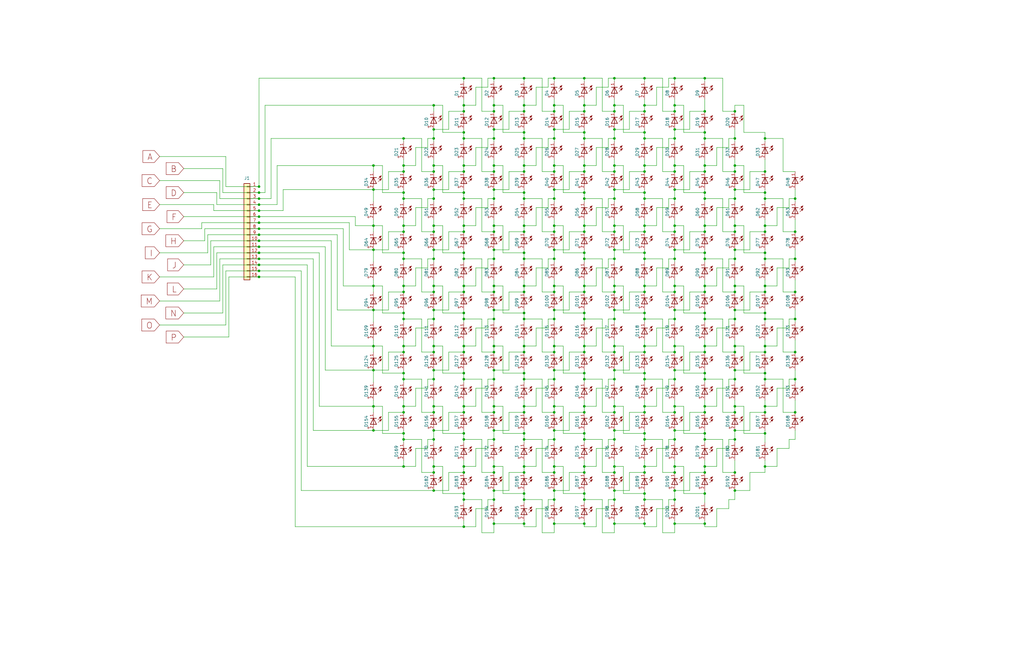
<source format=kicad_sch>
(kicad_sch (version 20250114) (generator "eeschema") (generator_version "9.0")
  (paper "User" 431.8 279.4)
  (junction (at 109.22 111.76))
  (junction (at 208.28 210.82))
  (junction (at 335.28 97.79))
  (junction (at 271.78 46.99))
  (junction (at 284.48 185.42))
  (junction (at 233.68 123.19))
  (junction (at 182.88 97.79))
  (junction (at 233.68 80.01))
  (junction (at 271.78 196.85))
  (junction (at 170.18 120.65))
  (junction (at 109.22 109.22))
  (junction (at 182.88 72.39))
  (junction (at 259.08 105.41))
  (junction (at 284.48 181.61))
  (junction (at 259.08 160.02))
  (junction (at 297.18 173.99))
  (junction (at 284.48 160.02))
  (junction (at 109.22 114.3))
  (junction (at 170.18 58.42))
  (junction (at 259.08 123.19))
  (junction (at 220.98 134.62))
  (junction (at 170.18 69.85))
  (junction (at 322.58 58.42))
  (junction (at 259.08 210.82))
  (junction (at 220.98 120.65))
  (junction (at 335.28 109.22))
  (junction (at 182.88 181.61))
  (junction (at 322.58 134.62))
  (junction (at 182.88 173.99))
  (junction (at 208.28 160.02))
  (junction (at 208.28 33.02))
  (junction (at 259.08 54.61))
  (junction (at 208.28 173.99))
  (junction (at 309.88 97.79))
  (junction (at 208.28 220.98))
  (junction (at 182.88 120.65))
  (junction (at 322.58 106.68))
  (junction (at 208.28 109.22))
  (junction (at 259.08 134.62))
  (junction (at 170.18 185.42))
  (junction (at 170.18 81.28))
  (junction (at 220.98 123.19))
  (junction (at 233.68 54.61))
  (junction (at 233.68 156.21))
  (junction (at 271.78 97.79))
  (junction (at 297.18 171.45))
  (junction (at 220.98 185.42))
  (junction (at 233.68 134.62))
  (junction (at 182.88 83.82))
  (junction (at 109.22 99.06))
  (junction (at 309.88 69.85))
  (junction (at 309.88 72.39))
  (junction (at 246.38 58.42))
  (junction (at 157.48 171.45))
  (junction (at 157.48 120.65))
  (junction (at 259.08 72.39))
  (junction (at 309.88 185.42))
  (junction (at 195.58 46.99))
  (junction (at 208.28 72.39))
  (junction (at 284.48 220.98))
  (junction (at 233.68 33.02))
  (junction (at 109.22 104.14))
  (junction (at 297.18 132.08))
  (junction (at 335.28 160.02))
  (junction (at 220.98 95.25))
  (junction (at 246.38 157.48))
  (junction (at 195.58 97.79))
  (junction (at 322.58 95.25))
  (junction (at 233.68 199.39))
  (junction (at 259.08 109.22))
  (junction (at 220.98 55.88))
  (junction (at 322.58 81.28))
  (junction (at 170.18 95.25))
  (junction (at 259.08 80.01))
  (junction (at 246.38 44.45))
  (junction (at 271.78 157.48))
  (junction (at 246.38 46.99))
  (junction (at 233.68 146.05))
  (junction (at 309.88 199.39))
  (junction (at 182.88 146.05))
  (junction (at 246.38 220.98))
  (junction (at 208.28 95.25))
  (junction (at 284.48 123.19))
  (junction (at 297.18 55.88))
  (junction (at 259.08 173.99))
  (junction (at 208.28 105.41))
  (junction (at 109.22 101.6))
  (junction (at 309.88 120.65))
  (junction (at 195.58 120.65))
  (junction (at 233.68 83.82))
  (junction (at 309.88 160.02))
  (junction (at 157.48 181.61))
  (junction (at 233.68 109.22))
  (junction (at 322.58 160.02))
  (junction (at 157.48 156.21))
  (junction (at 284.48 130.81))
  (junction (at 284.48 95.25))
  (junction (at 246.38 134.62))
  (junction (at 182.88 58.42))
  (junction (at 246.38 196.85))
  (junction (at 309.88 83.82))
  (junction (at 259.08 95.25))
  (junction (at 335.28 148.59))
  (junction (at 109.22 83.82))
  (junction (at 284.48 58.42))
  (junction (at 284.48 80.01))
  (junction (at 208.28 181.61))
  (junction (at 271.78 69.85))
  (junction (at 157.48 95.25))
  (junction (at 246.38 182.88))
  (junction (at 220.98 210.82))
  (junction (at 182.88 95.25))
  (junction (at 297.18 106.68))
  (junction (at 170.18 123.19))
  (junction (at 195.58 222.25))
  (junction (at 271.78 132.08))
  (junction (at 271.78 58.42))
  (junction (at 195.58 185.42))
  (junction (at 220.98 196.85))
  (junction (at 284.48 196.85))
  (junction (at 259.08 46.99))
  (junction (at 170.18 157.48))
  (junction (at 271.78 146.05))
  (junction (at 195.58 81.28))
  (junction (at 220.98 46.99))
  (junction (at 233.68 58.42))
  (junction (at 170.18 196.85))
  (junction (at 322.58 97.79))
  (junction (at 271.78 173.99))
  (junction (at 271.78 81.28))
  (junction (at 220.98 182.88))
  (junction (at 246.38 132.08))
  (junction (at 195.58 148.59))
  (junction (at 195.58 95.25))
  (junction (at 195.58 199.39))
  (junction (at 195.58 72.39))
  (junction (at 246.38 72.39))
  (junction (at 335.28 123.19))
  (junction (at 208.28 80.01))
  (junction (at 297.18 69.85))
  (junction (at 284.48 207.01))
  (junction (at 220.98 199.39))
  (junction (at 170.18 134.62))
  (junction (at 259.08 120.65))
  (junction (at 322.58 148.59))
  (junction (at 195.58 160.02))
  (junction (at 271.78 171.45))
  (junction (at 297.18 97.79))
  (junction (at 297.18 83.82))
  (junction (at 157.48 80.01))
  (junction (at 297.18 81.28))
  (junction (at 246.38 120.65))
  (junction (at 195.58 173.99))
  (junction (at 170.18 109.22))
  (junction (at 182.88 171.45))
  (junction (at 170.18 72.39))
  (junction (at 297.18 134.62))
  (junction (at 233.68 160.02))
  (junction (at 233.68 171.45))
  (junction (at 322.58 173.99))
  (junction (at 182.88 80.01))
  (junction (at 271.78 148.59))
  (junction (at 109.22 116.84))
  (junction (at 220.98 157.48))
  (junction (at 309.88 173.99))
  (junction (at 220.98 171.45))
  (junction (at 195.58 123.19))
  (junction (at 220.98 44.45))
  (junction (at 284.48 156.21))
  (junction (at 259.08 196.85))
  (junction (at 170.18 106.68))
  (junction (at 195.58 210.82))
  (junction (at 309.88 80.01))
  (junction (at 259.08 58.42))
  (junction (at 246.38 81.28))
  (junction (at 195.58 55.88))
  (junction (at 195.58 171.45))
  (junction (at 309.88 156.21))
  (junction (at 297.18 123.19))
  (junction (at 297.18 72.39))
  (junction (at 271.78 33.02))
  (junction (at 259.08 83.82))
  (junction (at 220.98 148.59))
  (junction (at 208.28 185.42))
  (junction (at 271.78 120.65))
  (junction (at 170.18 171.45))
  (junction (at 322.58 83.82))
  (junction (at 297.18 185.42))
  (junction (at 195.58 109.22))
  (junction (at 284.48 134.62))
  (junction (at 322.58 72.39))
  (junction (at 182.88 160.02))
  (junction (at 259.08 44.45))
  (junction (at 271.78 160.02))
  (junction (at 208.28 44.45))
  (junction (at 195.58 196.85))
  (junction (at 284.48 72.39))
  (junction (at 284.48 148.59))
  (junction (at 284.48 44.45))
  (junction (at 208.28 54.61))
  (junction (at 297.18 146.05))
  (junction (at 220.98 33.02))
  (junction (at 271.78 109.22))
  (junction (at 284.48 120.65))
  (junction (at 182.88 130.81))
  (junction (at 322.58 171.45))
  (junction (at 309.88 134.62))
  (junction (at 220.98 69.85))
  (junction (at 271.78 106.68))
  (junction (at 220.98 132.08))
  (junction (at 233.68 97.79))
  (junction (at 246.38 83.82))
  (junction (at 109.22 81.28))
  (junction (at 297.18 148.59))
  (junction (at 246.38 109.22))
  (junction (at 220.98 81.28))
  (junction (at 157.48 105.41))
  (junction (at 170.18 146.05))
  (junction (at 297.18 182.88))
  (junction (at 309.88 105.41))
  (junction (at 182.88 69.85))
  (junction (at 335.28 134.62))
  (junction (at 233.68 44.45))
  (junction (at 233.68 120.65))
  (junction (at 297.18 199.39))
  (junction (at 271.78 182.88))
  (junction (at 284.48 46.99))
  (junction (at 170.18 182.88))
  (junction (at 284.48 97.79))
  (junction (at 195.58 69.85))
  (junction (at 195.58 182.88))
  (junction (at 246.38 69.85))
  (junction (at 271.78 199.39))
  (junction (at 284.48 173.99))
  (junction (at 271.78 185.42))
  (junction (at 182.88 134.62))
  (junction (at 157.48 146.05))
  (junction (at 220.98 58.42))
  (junction (at 309.88 123.19))
  (junction (at 208.28 123.19))
  (junction (at 259.08 33.02))
  (junction (at 259.08 156.21))
  (junction (at 246.38 185.42))
  (junction (at 220.98 208.28))
  (junction (at 233.68 220.98))
  (junction (at 271.78 208.28))
  (junction (at 259.08 220.98))
  (junction (at 259.08 148.59))
  (junction (at 220.98 160.02))
  (junction (at 246.38 210.82))
  (junction (at 195.58 132.08))
  (junction (at 208.28 134.62))
  (junction (at 233.68 105.41))
  (junction (at 109.22 88.9))
  (junction (at 182.88 44.45))
  (junction (at 284.48 69.85))
  (junction (at 271.78 123.19))
  (junction (at 208.28 58.42))
  (junction (at 284.48 146.05))
  (junction (at 182.88 156.21))
  (junction (at 297.18 95.25))
  (junction (at 195.58 44.45))
  (junction (at 182.88 123.19))
  (junction (at 271.78 72.39))
  (junction (at 309.88 148.59))
  (junction (at 309.88 207.01))
  (junction (at 195.58 106.68))
  (junction (at 246.38 199.39))
  (junction (at 208.28 196.85))
  (junction (at 109.22 106.68))
  (junction (at 208.28 83.82))
  (junction (at 208.28 46.99))
  (junction (at 246.38 106.68))
  (junction (at 271.78 220.98))
  (junction (at 220.98 97.79))
  (junction (at 246.38 171.45))
  (junction (at 309.88 181.61))
  (junction (at 220.98 109.22))
  (junction (at 284.48 171.45))
  (junction (at 233.68 95.25))
  (junction (at 284.48 210.82))
  (junction (at 208.28 156.21))
  (junction (at 233.68 69.85))
  (junction (at 297.18 109.22))
  (junction (at 259.08 130.81))
  (junction (at 220.98 173.99))
  (junction (at 271.78 55.88))
  (junction (at 271.78 210.82))
  (junction (at 182.88 54.61))
  (junction (at 195.58 208.28))
  (junction (at 170.18 132.08))
  (junction (at 157.48 69.85))
  (junction (at 271.78 95.25))
  (junction (at 271.78 44.45))
  (junction (at 170.18 173.99))
  (junction (at 233.68 181.61))
  (junction (at 284.48 105.41))
  (junction (at 309.88 58.42))
  (junction (at 220.98 220.98))
  (junction (at 195.58 157.48))
  (junction (at 157.48 130.81))
  (junction (at 259.08 181.61))
  (junction (at 182.88 199.39))
  (junction (at 195.58 146.05))
  (junction (at 259.08 97.79))
  (junction (at 109.22 93.98))
  (junction (at 233.68 148.59))
  (junction (at 322.58 120.65))
  (junction (at 297.18 58.42))
  (junction (at 233.68 173.99))
  (junction (at 271.78 83.82))
  (junction (at 309.88 109.22))
  (junction (at 182.88 109.22))
  (junction (at 208.28 148.59))
  (junction (at 233.68 210.82))
  (junction (at 109.22 86.36))
  (junction (at 297.18 160.02))
  (junction (at 297.18 120.65))
  (junction (at 322.58 146.05))
  (junction (at 170.18 97.79))
  (junction (at 109.22 96.52))
  (junction (at 322.58 132.08))
  (junction (at 195.58 33.02))
  (junction (at 233.68 196.85))
  (junction (at 335.28 83.82))
  (junction (at 284.48 33.02))
  (junction (at 259.08 171.45))
  (junction (at 182.88 207.01))
  (junction (at 284.48 54.61))
  (junction (at 233.68 207.01))
  (junction (at 182.88 105.41))
  (junction (at 109.22 78.74))
  (junction (at 208.28 120.65))
  (junction (at 309.88 146.05))
  (junction (at 109.22 91.44))
  (junction (at 233.68 185.42))
  (junction (at 246.38 55.88))
  (junction (at 246.38 97.79))
  (junction (at 246.38 148.59))
  (junction (at 335.28 173.99))
  (junction (at 322.58 157.48))
  (junction (at 208.28 69.85))
  (junction (at 322.58 196.85))
  (junction (at 322.58 182.88))
  (junction (at 233.68 130.81))
  (junction (at 297.18 33.02))
  (junction (at 271.78 134.62))
  (junction (at 182.88 196.85))
  (junction (at 182.88 148.59))
  (junction (at 259.08 69.85))
  (junction (at 284.48 83.82))
  (junction (at 297.18 196.85))
  (junction (at 208.28 207.01))
  (junction (at 309.88 46.99))
  (junction (at 297.18 220.98))
  (junction (at 233.68 46.99))
  (junction (at 246.38 33.02))
  (junction (at 170.18 83.82))
  (junction (at 297.18 208.28))
  (junction (at 246.38 95.25))
  (junction (at 208.28 97.79))
  (junction (at 195.58 134.62))
  (junction (at 259.08 146.05))
  (junction (at 259.08 185.42))
  (junction (at 220.98 83.82))
  (junction (at 208.28 171.45))
  (junction (at 259.08 207.01))
  (junction (at 246.38 146.05))
  (junction (at 297.18 46.99))
  (junction (at 208.28 146.05))
  (junction (at 259.08 199.39))
  (junction (at 309.88 130.81))
  (junction (at 220.98 106.68))
  (junction (at 220.98 72.39))
  (junction (at 195.58 58.42))
  (junction (at 170.18 148.59))
  (junction (at 182.88 185.42))
  (junction (at 208.28 130.81))
  (junction (at 246.38 208.28))
  (junction (at 233.68 72.39))
  (junction (at 246.38 123.19))
  (junction (at 208.28 199.39))
  (junction (at 195.58 83.82))
  (junction (at 246.38 160.02))
  (junction (at 322.58 123.19))
  (junction (at 322.58 109.22))
  (junction (at 246.38 173.99))
  (junction (at 170.18 160.02))
  (junction (at 309.88 171.45))
  (junction (at 284.48 109.22))
  (junction (at 309.88 95.25))
  (junction (at 284.48 199.39))
  (junction (at 297.18 157.48))
  (junction (at 220.98 146.05))
  (wire (pts (xy 259.08 146.05) (xy 262.89 146.05)))
  (wire (pts (xy 271.78 41.91) (xy 271.78 44.45)))
  (wire (pts (xy 163.83 72.39) (xy 170.18 72.39)))
  (wire (pts (xy 279.4 210.82) (xy 279.4 224.79)))
  (wire (pts (xy 259.08 105.41) (xy 265.43 105.41)))
  (wire (pts (xy 297.18 182.88) (xy 297.18 185.42)))
  (wire (pts (xy 87.63 106.68) (xy 87.63 99.06)))
  (wire (pts (xy 304.8 58.42) (xy 297.18 58.42)))
  (wire (pts (xy 240.03 46.99) (xy 240.03 54.61)))
  (wire (pts (xy 271.78 54.61) (xy 271.78 55.88)))
  (wire (pts (xy 200.66 163.83) (xy 205.74 163.83)))
  (wire (pts (xy 304.8 46.99) (xy 309.88 46.99)))
  (wire (pts (xy 322.58 161.29) (xy 322.58 160.02)))
  (wire (pts (xy 254 97.79) (xy 259.08 97.79)))
  (wire (pts (xy 246.38 95.25) (xy 251.46 95.25)))
  (wire (pts (xy 237.49 182.88) (xy 246.38 182.88)))
  (wire (pts (xy 284.48 196.85) (xy 284.48 199.39)))
  (wire (pts (xy 170.18 110.49) (xy 170.18 109.22)))
  (wire (pts (xy 288.29 171.45) (xy 288.29 182.88)))
  (wire (pts (xy 226.06 138.43) (xy 231.14 138.43)))
  (wire (pts (xy 284.48 210.82) (xy 284.48 212.09)))
  (wire (pts (xy 200.66 146.05) (xy 200.66 138.43)))
  (wire (pts (xy 271.78 105.41) (xy 271.78 106.68)))
  (wire (pts (xy 177.8 185.42) (xy 177.8 199.39)))
  (wire (pts (xy 262.89 44.45) (xy 262.89 55.88)))
  (wire (pts (xy 195.58 67.31) (xy 195.58 69.85)))
  (wire (pts (xy 309.88 156.21) (xy 309.88 160.02)))
  (wire (pts (xy 220.98 132.08) (xy 220.98 134.62)))
  (wire (pts (xy 220.98 135.89) (xy 220.98 134.62)))
  (wire (pts (xy 262.89 146.05) (xy 262.89 157.48)))
  (wire (pts (xy 129.54 196.85) (xy 129.54 111.76)))
  (wire (pts (xy 208.28 95.25) (xy 212.09 95.25)))
  (wire (pts (xy 309.88 105.41) (xy 309.88 109.22)))
  (wire (pts (xy 281.94 87.63) (xy 281.94 83.82)))
  (wire (pts (xy 288.29 95.25) (xy 288.29 106.68)))
  (wire (pts (xy 67.31 137.16) (xy 95.25 137.16)))
  (wire (pts (xy 262.89 171.45) (xy 262.89 182.88)))
  (wire (pts (xy 304.8 185.42) (xy 304.8 199.39)))
  (wire (pts (xy 177.8 160.02) (xy 177.8 173.99)))
  (wire (pts (xy 316.23 173.99) (xy 316.23 181.61)))
  (wire (pts (xy 231.14 160.02) (xy 233.68 160.02)))
  (wire (pts (xy 177.8 160.02) (xy 170.18 160.02)))
  (wire (pts (xy 228.6 134.62) (xy 220.98 134.62)))
  (wire (pts (xy 251.46 87.63) (xy 256.54 87.63)))
  (wire (pts (xy 259.08 171.45) (xy 262.89 171.45)))
  (wire (pts (xy 186.69 196.85) (xy 186.69 208.28)))
  (wire (pts (xy 189.23 148.59) (xy 189.23 156.21)))
  (wire (pts (xy 109.22 33.02) (xy 109.22 78.74)))
  (wire (pts (xy 233.68 120.65) (xy 233.68 123.19)))
  (wire (pts (xy 119.38 80.01) (xy 119.38 88.9)))
  (wire (pts (xy 195.58 156.21) (xy 195.58 157.48)))
  (wire (pts (xy 220.98 186.69) (xy 220.98 185.42)))
  (wire (pts (xy 290.83 199.39) (xy 297.18 199.39)))
  (wire (pts (xy 271.78 212.09) (xy 271.78 210.82)))
  (wire (pts (xy 302.26 120.65) (xy 302.26 113.03)))
  (wire (pts (xy 77.47 101.6) (xy 86.36 101.6)))
  (wire (pts (xy 161.29 157.48) (xy 170.18 157.48)))
  (wire (pts (xy 246.38 85.09) (xy 246.38 83.82)))
  (wire (pts (xy 157.48 146.05) (xy 161.29 146.05)))
  (wire (pts (xy 281.94 113.03) (xy 281.94 109.22)))
  (wire (pts (xy 335.28 118.11) (xy 335.28 123.19)))
  (wire (pts (xy 205.74 185.42) (xy 208.28 185.42)))
  (wire (pts (xy 228.6 58.42) (xy 220.98 58.42)))
  (wire (pts (xy 316.23 97.79) (xy 316.23 105.41)))
  (wire (pts (xy 259.08 118.11) (xy 259.08 120.65)))
  (wire (pts (xy 246.38 161.29) (xy 246.38 160.02)))
  (wire (pts (xy 208.28 44.45) (xy 212.09 44.45)))
  (wire (pts (xy 182.88 67.31) (xy 182.88 69.85)))
  (wire (pts (xy 170.18 69.85) (xy 175.26 69.85)))
  (wire (pts (xy 276.86 214.63) (xy 281.94 214.63)))
  (wire (pts (xy 262.89 196.85) (xy 262.89 208.28)))
  (wire (pts (xy 220.98 55.88) (xy 220.98 58.42)))
  (wire (pts (xy 240.03 46.99) (xy 246.38 46.99)))
  (wire (pts (xy 195.58 69.85) (xy 200.66 69.85)))
  (wire (pts (xy 233.68 69.85) (xy 237.49 69.85)))
  (wire (pts (xy 259.08 220.98) (xy 271.78 220.98)))
  (wire (pts (xy 175.26 69.85) (xy 175.26 62.23)))
  (wire (pts (xy 203.2 33.02) (xy 195.58 33.02)))
  (wire (pts (xy 195.58 95.25) (xy 195.58 97.79)))
  (wire (pts (xy 220.98 105.41) (xy 220.98 106.68)))
  (wire (pts (xy 322.58 95.25) (xy 322.58 97.79)))
  (wire (pts (xy 231.14 210.82) (xy 233.68 210.82)))
  (wire (pts (xy 309.88 95.25) (xy 313.69 95.25)))
  (wire (pts (xy 309.88 120.65) (xy 309.88 123.19)))
  (wire (pts (xy 297.18 55.88) (xy 297.18 58.42)))
  (wire (pts (xy 182.88 92.71) (xy 182.88 95.25)))
  (wire (pts (xy 279.4 199.39) (xy 284.48 199.39)))
  (wire (pts (xy 259.08 92.71) (xy 259.08 95.25)))
  (wire (pts (xy 304.8 199.39) (xy 309.88 199.39)))
  (wire (pts (xy 144.78 96.52) (xy 109.22 96.52)))
  (wire (pts (xy 297.18 196.85) (xy 297.18 199.39)))
  (wire (pts (xy 284.48 120.65) (xy 284.48 123.19)))
  (wire (pts (xy 208.28 54.61) (xy 208.28 58.42)))
  (wire (pts (xy 304.8 83.82) (xy 297.18 83.82)))
  (wire (pts (xy 327.66 163.83) (xy 332.74 163.83)))
  (wire (pts (xy 170.18 146.05) (xy 170.18 148.59)))
  (wire (pts (xy 290.83 173.99) (xy 290.83 181.61)))
  (wire (pts (xy 297.18 67.31) (xy 297.18 69.85)))
  (wire (pts (xy 93.98 132.08) (xy 93.98 111.76)))
  (wire (pts (xy 144.78 120.65) (xy 144.78 96.52)))
  (wire (pts (xy 254 160.02) (xy 254 173.99)))
  (wire (pts (xy 189.23 97.79) (xy 189.23 105.41)))
  (wire (pts (xy 240.03 148.59) (xy 246.38 148.59)))
  (wire (pts (xy 182.88 130.81) (xy 189.23 130.81)))
  (wire (pts (xy 182.88 207.01) (xy 189.23 207.01)))
  (wire (pts (xy 214.63 199.39) (xy 214.63 207.01)))
  (wire (pts (xy 208.28 196.85) (xy 208.28 199.39)))
  (wire (pts (xy 175.26 163.83) (xy 180.34 163.83)))
  (wire (pts (xy 256.54 210.82) (xy 259.08 210.82)))
  (wire (pts (xy 233.68 156.21) (xy 240.03 156.21)))
  (wire (pts (xy 302.26 146.05) (xy 302.26 138.43)))
  (wire (pts (xy 208.28 95.25) (xy 208.28 97.79)))
  (wire (pts (xy 309.88 67.31) (xy 309.88 69.85)))
  (wire (pts (xy 182.88 105.41) (xy 189.23 105.41)))
  (wire (pts (xy 233.68 181.61) (xy 240.03 181.61)))
  (wire (pts (xy 233.68 69.85) (xy 233.68 72.39)))
  (wire (pts (xy 195.58 120.65) (xy 200.66 120.65)))
  (wire (pts (xy 327.66 87.63) (xy 332.74 87.63)))
  (wire (pts (xy 281.94 134.62) (xy 284.48 134.62)))
  (wire (pts (xy 288.29 81.28) (xy 297.18 81.28)))
  (wire (pts (xy 246.38 220.98) (xy 246.38 222.25)))
  (wire (pts (xy 279.4 72.39) (xy 284.48 72.39)))
  (wire (pts (xy 240.03 97.79) (xy 240.03 105.41)))
  (wire (pts (xy 288.29 208.28) (xy 297.18 208.28)))
  (wire (pts (xy 226.06 120.65) (xy 226.06 113.03)))
  (wire (pts (xy 327.66 189.23) (xy 332.74 189.23)))
  (wire (pts (xy 302.26 87.63) (xy 307.34 87.63)))
  (wire (pts (xy 212.09 106.68) (xy 220.98 106.68)))
  (wire (pts (xy 316.23 148.59) (xy 322.58 148.59)))
  (wire (pts (xy 284.48 171.45) (xy 288.29 171.45)))
  (wire (pts (xy 226.06 146.05) (xy 226.06 138.43)))
  (wire (pts (xy 256.54 185.42) (xy 259.08 185.42)))
  (wire (pts (xy 186.69 132.08) (xy 195.58 132.08)))
  (wire (pts (xy 259.08 210.82) (xy 259.08 212.09)))
  (wire (pts (xy 309.88 194.31) (xy 309.88 199.39)))
  (wire (pts (xy 137.16 104.14) (xy 109.22 104.14)))
  (wire (pts (xy 259.08 156.21) (xy 259.08 160.02)))
  (wire (pts (xy 203.2 210.82) (xy 203.2 224.79)))
  (wire (pts (xy 259.08 95.25) (xy 262.89 95.25)))
  (wire (pts (xy 212.09 196.85) (xy 212.09 208.28)))
  (wire (pts (xy 203.2 224.79) (xy 208.28 224.79)))
  (wire (pts (xy 205.74 36.83) (xy 205.74 33.02)))
  (wire (pts (xy 297.18 41.91) (xy 297.18 46.99)))
  (wire (pts (xy 195.58 59.69) (xy 195.58 58.42)))
  (wire (pts (xy 195.58 118.11) (xy 195.58 120.65)))
  (wire (pts (xy 254 224.79) (xy 259.08 224.79)))
  (wire (pts (xy 313.69 69.85) (xy 313.69 81.28)))
  (wire (pts (xy 322.58 194.31) (xy 322.58 196.85)))
  (wire (pts (xy 231.14 109.22) (xy 233.68 109.22)))
  (wire (pts (xy 85.09 93.98) (xy 109.22 93.98)))
  (wire (pts (xy 157.48 92.71) (xy 157.48 95.25)))
  (wire (pts (xy 316.23 72.39) (xy 322.58 72.39)))
  (wire (pts (xy 271.78 69.85) (xy 276.86 69.85)))
  (wire (pts (xy 254 134.62) (xy 254 148.59)))
  (wire (pts (xy 309.88 134.62) (xy 309.88 135.89)))
  (wire (pts (xy 259.08 80.01) (xy 259.08 83.82)))
  (wire (pts (xy 163.83 72.39) (xy 163.83 80.01)))
  (wire (pts (xy 246.38 212.09) (xy 246.38 210.82)))
  (wire (pts (xy 284.48 105.41) (xy 284.48 109.22)))
  (wire (pts (xy 265.43 123.19) (xy 271.78 123.19)))
  (wire (pts (xy 67.31 127) (xy 92.71 127)))
  (wire (pts (xy 182.88 120.65) (xy 186.69 120.65)))
  (wire (pts (xy 284.48 80.01) (xy 284.48 83.82)))
  (wire (pts (xy 91.44 106.68) (xy 91.44 121.92)))
  (wire (pts (xy 297.18 181.61) (xy 297.18 182.88)))
  (wire (pts (xy 116.84 86.36) (xy 109.22 86.36)))
  (wire (pts (xy 170.18 120.65) (xy 170.18 123.19)))
  (wire (pts (xy 271.78 156.21) (xy 271.78 157.48)))
  (wire (pts (xy 251.46 196.85) (xy 251.46 189.23)))
  (wire (pts (xy 170.18 168.91) (xy 170.18 171.45)))
  (wire (pts (xy 182.88 171.45) (xy 186.69 171.45)))
  (wire (pts (xy 157.48 130.81) (xy 163.83 130.81)))
  (wire (pts (xy 177.8 72.39) (xy 182.88 72.39)))
  (wire (pts (xy 332.74 87.63) (xy 332.74 83.82)))
  (wire (pts (xy 182.88 118.11) (xy 182.88 120.65)))
  (wire (pts (xy 271.78 219.71) (xy 271.78 220.98)))
  (wire (pts (xy 203.2 83.82) (xy 203.2 97.79)))
  (wire (pts (xy 90.17 88.9) (xy 109.22 88.9)))
  (wire (pts (xy 226.06 163.83) (xy 231.14 163.83)))
  (wire (pts (xy 233.68 171.45) (xy 237.49 171.45)))
  (wire (pts (xy 208.28 105.41) (xy 214.63 105.41)))
  (wire (pts (xy 309.88 44.45) (xy 313.69 44.45)))
  (wire (pts (xy 259.08 181.61) (xy 265.43 181.61)))
  (wire (pts (xy 228.6 173.99) (xy 233.68 173.99)))
  (wire (pts (xy 157.48 105.41) (xy 147.32 105.41)))
  (wire (pts (xy 233.68 185.42) (xy 233.68 186.69)))
  (wire (pts (xy 200.66 222.25) (xy 200.66 214.63)))
  (wire (pts (xy 284.48 83.82) (xy 284.48 85.09)))
  (wire (pts (xy 157.48 171.45) (xy 157.48 173.99)))
  (wire (pts (xy 307.34 83.82) (xy 309.88 83.82)))
  (wire (pts (xy 77.47 111.76) (xy 88.9 111.76)))
  (wire (pts (xy 327.66 171.45) (xy 327.66 163.83)))
  (wire (pts (xy 200.66 196.85) (xy 200.66 189.23)))
  (wire (pts (xy 137.16 156.21) (xy 137.16 104.14)))
  (wire (pts (xy 288.29 182.88) (xy 297.18 182.88)))
  (wire (pts (xy 279.4 109.22) (xy 271.78 109.22)))
  (wire (pts (xy 330.2 134.62) (xy 322.58 134.62)))
  (wire (pts (xy 214.63 173.99) (xy 220.98 173.99)))
  (wire (pts (xy 90.17 86.36) (xy 90.17 88.9)))
  (wire (pts (xy 233.68 80.01) (xy 233.68 83.82)))
  (wire (pts (xy 157.48 120.65) (xy 161.29 120.65)))
  (wire (pts (xy 313.69 157.48) (xy 322.58 157.48)))
  (wire (pts (xy 186.69 69.85) (xy 186.69 81.28)))
  (wire (pts (xy 182.88 95.25) (xy 182.88 97.79)))
  (wire (pts (xy 322.58 135.89) (xy 322.58 134.62)))
  (wire (pts (xy 212.09 81.28) (xy 220.98 81.28)))
  (wire (pts (xy 246.38 222.25) (xy 251.46 222.25)))
  (wire (pts (xy 284.48 220.98) (xy 297.18 220.98)))
  (wire (pts (xy 203.2 185.42) (xy 195.58 185.42)))
  (wire (pts (xy 195.58 196.85) (xy 195.58 199.39)))
  (wire (pts (xy 297.18 69.85) (xy 302.26 69.85)))
  (wire (pts (xy 170.18 120.65) (xy 175.26 120.65)))
  (wire (pts (xy 127 207.01) (xy 127 114.3)))
  (wire (pts (xy 182.88 83.82) (xy 182.88 85.09)))
  (wire (pts (xy 262.89 69.85) (xy 262.89 81.28)))
  (wire (pts (xy 163.83 97.79) (xy 170.18 97.79)))
  (wire (pts (xy 182.88 130.81) (xy 182.88 134.62)))
  (wire (pts (xy 309.88 109.22) (xy 309.88 110.49)))
  (wire (pts (xy 332.74 83.82) (xy 335.28 83.82)))
  (wire (pts (xy 182.88 80.01) (xy 189.23 80.01)))
  (wire (pts (xy 200.66 69.85) (xy 200.66 62.23)))
  (wire (pts (xy 170.18 58.42) (xy 114.3 58.42)))
  (wire (pts (xy 284.48 207.01) (xy 284.48 210.82)))
  (wire (pts (xy 284.48 41.91) (xy 284.48 44.45)))
  (wire (pts (xy 205.74 87.63) (xy 205.74 83.82)))
  (wire (pts (xy 276.86 36.83) (xy 281.94 36.83)))
  (wire (pts (xy 208.28 109.22) (xy 208.28 110.49)))
  (wire (pts (xy 276.86 69.85) (xy 276.86 62.23)))
  (wire (pts (xy 240.03 72.39) (xy 240.03 80.01)))
  (wire (pts (xy 214.63 72.39) (xy 220.98 72.39)))
  (wire (pts (xy 189.23 46.99) (xy 195.58 46.99)))
  (wire (pts (xy 157.48 130.81) (xy 142.24 130.81)))
  (wire (pts (xy 149.86 95.25) (xy 149.86 91.44)))
  (wire (pts (xy 208.28 146.05) (xy 212.09 146.05)))
  (wire (pts (xy 208.28 80.01) (xy 214.63 80.01)))
  (wire (pts (xy 284.48 92.71) (xy 284.48 95.25)))
  (wire (pts (xy 279.4 33.02) (xy 271.78 33.02)))
  (wire (pts (xy 332.74 160.02) (xy 335.28 160.02)))
  (wire (pts (xy 212.09 146.05) (xy 212.09 157.48)))
  (wire (pts (xy 307.34 113.03) (xy 307.34 109.22)))
  (wire (pts (xy 177.8 97.79) (xy 182.88 97.79)))
  (wire (pts (xy 182.88 194.31) (xy 182.88 196.85)))
  (wire (pts (xy 91.44 81.28) (xy 91.44 86.36)))
  (wire (pts (xy 284.48 44.45) (xy 288.29 44.45)))
  (wire (pts (xy 228.6 160.02) (xy 220.98 160.02)))
  (wire (pts (xy 212.09 95.25) (xy 212.09 106.68)))
  (wire (pts (xy 195.58 182.88) (xy 195.58 185.42)))
  (wire (pts (xy 157.48 130.81) (xy 157.48 135.89)))
  (wire (pts (xy 284.48 160.02) (xy 284.48 161.29)))
  (wire (pts (xy 220.98 157.48) (xy 220.98 160.02)))
  (wire (pts (xy 259.08 219.71) (xy 259.08 220.98)))
  (wire (pts (xy 330.2 97.79) (xy 335.28 97.79)))
  (wire (pts (xy 233.68 181.61) (xy 233.68 185.42)))
  (wire (pts (xy 246.38 69.85) (xy 251.46 69.85)))
  (wire (pts (xy 271.78 110.49) (xy 271.78 109.22)))
  (wire (pts (xy 284.48 44.45) (xy 284.48 46.99)))
  (wire (pts (xy 214.63 97.79) (xy 214.63 105.41)))
  (wire (pts (xy 182.88 109.22) (xy 182.88 110.49)))
  (wire (pts (xy 170.18 59.69) (xy 170.18 58.42)))
  (wire (pts (xy 284.48 33.02) (xy 284.48 34.29)))
  (wire (pts (xy 220.98 207.01) (xy 220.98 208.28)))
  (wire (pts (xy 231.14 189.23) (xy 231.14 185.42)))
  (wire (pts (xy 246.38 44.45) (xy 246.38 46.99)))
  (wire (pts (xy 271.78 181.61) (xy 271.78 182.88)))
  (wire (pts (xy 205.74 160.02) (xy 208.28 160.02)))
  (wire (pts (xy 157.48 156.21) (xy 137.16 156.21)))
  (wire (pts (xy 170.18 157.48) (xy 170.18 160.02)))
  (wire (pts (xy 309.88 69.85) (xy 313.69 69.85)))
  (wire (pts (xy 220.98 54.61) (xy 220.98 55.88)))
  (wire (pts (xy 203.2 83.82) (xy 195.58 83.82)))
  (wire (pts (xy 180.34 134.62) (xy 182.88 134.62)))
  (wire (pts (xy 161.29 106.68) (xy 170.18 106.68)))
  (wire (pts (xy 297.18 220.98) (xy 297.18 222.25)))
  (wire (pts (xy 246.38 81.28) (xy 246.38 83.82)))
  (wire (pts (xy 208.28 207.01) (xy 208.28 210.82)))
  (wire (pts (xy 335.28 80.01) (xy 335.28 83.82)))
  (wire (pts (xy 309.88 80.01) (xy 309.88 83.82)))
  (wire (pts (xy 226.06 87.63) (xy 231.14 87.63)))
  (wire (pts (xy 302.26 69.85) (xy 302.26 62.23)))
  (wire (pts (xy 157.48 118.11) (xy 157.48 120.65)))
  (wire (pts (xy 262.89 157.48) (xy 271.78 157.48)))
  (wire (pts (xy 335.28 168.91) (xy 335.28 173.99)))
  (wire (pts (xy 157.48 80.01) (xy 157.48 85.09)))
  (wire (pts (xy 259.08 181.61) (xy 259.08 185.42)))
  (wire (pts (xy 220.98 34.29) (xy 220.98 33.02)))
  (wire (pts (xy 129.54 111.76) (xy 109.22 111.76)))
  (wire (pts (xy 177.8 83.82) (xy 170.18 83.82)))
  (wire (pts (xy 161.29 132.08) (xy 170.18 132.08)))
  (wire (pts (xy 288.29 157.48) (xy 297.18 157.48)))
  (wire (pts (xy 220.98 59.69) (xy 220.98 58.42)))
  (wire (pts (xy 233.68 105.41) (xy 240.03 105.41)))
  (wire (pts (xy 96.52 116.84) (xy 109.22 116.84)))
  (wire (pts (xy 271.78 186.69) (xy 271.78 185.42)))
  (wire (pts (xy 220.98 41.91) (xy 220.98 44.45)))
  (wire (pts (xy 304.8 160.02) (xy 304.8 173.99)))
  (wire (pts (xy 288.29 120.65) (xy 288.29 132.08)))
  (wire (pts (xy 279.4 33.02) (xy 279.4 46.99)))
  (wire (pts (xy 262.89 132.08) (xy 271.78 132.08)))
  (wire (pts (xy 226.06 196.85) (xy 226.06 189.23)))
  (wire (pts (xy 246.38 168.91) (xy 246.38 171.45)))
  (wire (pts (xy 322.58 120.65) (xy 327.66 120.65)))
  (wire (pts (xy 327.66 146.05) (xy 327.66 138.43)))
  (wire (pts (xy 220.98 118.11) (xy 220.98 120.65)))
  (wire (pts (xy 157.48 168.91) (xy 157.48 171.45)))
  (wire (pts (xy 297.18 120.65) (xy 297.18 123.19)))
  (wire (pts (xy 259.08 33.02) (xy 271.78 33.02)))
  (wire (pts (xy 322.58 182.88) (xy 322.58 186.69)))
  (wire (pts (xy 279.4 97.79) (xy 284.48 97.79)))
  (wire (pts (xy 180.34 58.42) (xy 182.88 58.42)))
  (wire (pts (xy 157.48 171.45) (xy 134.62 171.45)))
  (wire (pts (xy 271.78 157.48) (xy 271.78 160.02)))
  (wire (pts (xy 297.18 92.71) (xy 297.18 95.25)))
  (wire (pts (xy 93.98 71.12) (xy 93.98 81.28)))
  (wire (pts (xy 327.66 196.85) (xy 327.66 189.23)))
  (wire (pts (xy 246.38 171.45) (xy 246.38 173.99)))
  (wire (pts (xy 254 72.39) (xy 259.08 72.39)))
  (wire (pts (xy 157.48 69.85) (xy 116.84 69.85)))
  (wire (pts (xy 195.58 130.81) (xy 195.58 132.08)))
  (wire (pts (xy 297.18 171.45) (xy 302.26 171.45)))
  (wire (pts (xy 180.34 62.23) (xy 180.34 58.42)))
  (wire (pts (xy 327.66 113.03) (xy 332.74 113.03)))
  (wire (pts (xy 297.18 135.89) (xy 297.18 134.62)))
  (wire (pts (xy 208.28 196.85) (xy 212.09 196.85)))
  (wire (pts (xy 220.98 171.45) (xy 226.06 171.45)))
  (wire (pts (xy 254 46.99) (xy 259.08 46.99)))
  (wire (pts (xy 212.09 120.65) (xy 212.09 132.08)))
  (wire (pts (xy 237.49 55.88) (xy 246.38 55.88)))
  (wire (pts (xy 271.78 182.88) (xy 271.78 185.42)))
  (wire (pts (xy 251.46 120.65) (xy 251.46 113.03)))
  (wire (pts (xy 208.28 134.62) (xy 208.28 135.89)))
  (wire (pts (xy 205.74 62.23) (xy 205.74 58.42)))
  (wire (pts (xy 182.88 95.25) (xy 186.69 95.25)))
  (wire (pts (xy 309.88 92.71) (xy 309.88 95.25)))
  (wire (pts (xy 309.88 171.45) (xy 309.88 173.99)))
  (wire (pts (xy 208.28 143.51) (xy 208.28 146.05)))
  (wire (pts (xy 226.06 222.25) (xy 226.06 214.63)))
  (wire (pts (xy 208.28 92.71) (xy 208.28 95.25)))
  (wire (pts (xy 233.68 210.82) (xy 233.68 212.09)))
  (wire (pts (xy 284.48 207.01) (xy 290.83 207.01)))
  (wire (pts (xy 200.66 171.45) (xy 200.66 163.83)))
  (wire (pts (xy 335.28 143.51) (xy 335.28 148.59)))
  (wire (pts (xy 237.49 171.45) (xy 237.49 182.88)))
  (wire (pts (xy 220.98 181.61) (xy 220.98 182.88)))
  (wire (pts (xy 265.43 148.59) (xy 271.78 148.59)))
  (wire (pts (xy 271.78 196.85) (xy 271.78 199.39)))
  (wire (pts (xy 175.26 62.23) (xy 180.34 62.23)))
  (wire (pts (xy 205.74 138.43) (xy 205.74 134.62)))
  (wire (pts (xy 208.28 210.82) (xy 208.28 212.09)))
  (wire (pts (xy 175.26 113.03) (xy 180.34 113.03)))
  (wire (pts (xy 195.58 106.68) (xy 195.58 109.22)))
  (wire (pts (xy 322.58 171.45) (xy 322.58 173.99)))
  (wire (pts (xy 302.26 95.25) (xy 302.26 87.63)))
  (wire (pts (xy 279.4 46.99) (xy 284.48 46.99)))
  (wire (pts (xy 259.08 194.31) (xy 259.08 196.85)))
  (wire (pts (xy 139.7 101.6) (xy 109.22 101.6)))
  (wire (pts (xy 220.98 80.01) (xy 220.98 81.28)))
  (wire (pts (xy 259.08 69.85) (xy 259.08 72.39)))
  (wire (pts (xy 139.7 146.05) (xy 139.7 101.6)))
  (wire (pts (xy 254 33.02) (xy 246.38 33.02)))
  (wire (pts (xy 175.26 95.25) (xy 175.26 87.63)))
  (wire (pts (xy 276.86 138.43) (xy 281.94 138.43)))
  (wire (pts (xy 288.29 106.68) (xy 297.18 106.68)))
  (wire (pts (xy 265.43 199.39) (xy 271.78 199.39)))
  (wire (pts (xy 200.66 62.23) (xy 205.74 62.23)))
  (wire (pts (xy 175.26 138.43) (xy 180.34 138.43)))
  (wire (pts (xy 276.86 87.63) (xy 281.94 87.63)))
  (wire (pts (xy 220.98 196.85) (xy 220.98 199.39)))
  (wire (pts (xy 200.66 87.63) (xy 205.74 87.63)))
  (wire (pts (xy 233.68 194.31) (xy 233.68 196.85)))
  (wire (pts (xy 195.58 157.48) (xy 195.58 160.02)))
  (wire (pts (xy 332.74 163.83) (xy 332.74 160.02)))
  (wire (pts (xy 307.34 210.82) (xy 309.88 210.82)))
  (wire (pts (xy 251.46 62.23) (xy 256.54 62.23)))
  (wire (pts (xy 297.18 194.31) (xy 297.18 196.85)))
  (wire (pts (xy 203.2 173.99) (xy 208.28 173.99)))
  (wire (pts (xy 254 173.99) (xy 259.08 173.99)))
  (wire (pts (xy 271.78 220.98) (xy 271.78 222.25)))
  (wire (pts (xy 259.08 207.01) (xy 265.43 207.01)))
  (wire (pts (xy 195.58 85.09) (xy 195.58 83.82)))
  (wire (pts (xy 271.78 85.09) (xy 271.78 83.82)))
  (wire (pts (xy 322.58 156.21) (xy 322.58 157.48)))
  (wire (pts (xy 302.26 189.23) (xy 307.34 189.23)))
  (wire (pts (xy 290.83 97.79) (xy 290.83 105.41)))
  (wire (pts (xy 186.69 146.05) (xy 186.69 157.48)))
  (wire (pts (xy 220.98 146.05) (xy 226.06 146.05)))
  (wire (pts (xy 233.68 33.02) (xy 246.38 33.02)))
  (wire (pts (xy 233.68 146.05) (xy 233.68 148.59)))
  (wire (pts (xy 246.38 34.29) (xy 246.38 33.02)))
  (wire (pts (xy 290.83 148.59) (xy 297.18 148.59)))
  (wire (pts (xy 92.71 76.2) (xy 92.71 83.82)))
  (wire (pts (xy 265.43 199.39) (xy 265.43 207.01)))
  (wire (pts (xy 170.18 194.31) (xy 170.18 196.85)))
  (wire (pts (xy 182.88 80.01) (xy 182.88 83.82)))
  (wire (pts (xy 259.08 67.31) (xy 259.08 69.85)))
  (wire (pts (xy 254 185.42) (xy 254 199.39)))
  (wire (pts (xy 271.78 106.68) (xy 271.78 109.22)))
  (wire (pts (xy 313.69 182.88) (xy 322.58 182.88)))
  (wire (pts (xy 304.8 58.42) (xy 304.8 72.39)))
  (wire (pts (xy 77.47 132.08) (xy 93.98 132.08)))
  (wire (pts (xy 195.58 34.29) (xy 195.58 33.02)))
  (wire (pts (xy 307.34 189.23) (xy 307.34 185.42)))
  (wire (pts (xy 91.44 106.68) (xy 109.22 106.68)))
  (wire (pts (xy 228.6 58.42) (xy 228.6 72.39)))
  (wire (pts (xy 284.48 194.31) (xy 284.48 196.85)))
  (wire (pts (xy 163.83 173.99) (xy 163.83 181.61)))
  (wire (pts (xy 279.4 185.42) (xy 279.4 199.39)))
  (wire (pts (xy 116.84 69.85) (xy 116.84 86.36)))
  (wire (pts (xy 284.48 181.61) (xy 290.83 181.61)))
  (wire (pts (xy 205.74 83.82) (xy 208.28 83.82)))
  (wire (pts (xy 182.88 156.21) (xy 182.88 160.02)))
  (wire (pts (xy 163.83 173.99) (xy 170.18 173.99)))
  (wire (pts (xy 237.49 95.25) (xy 237.49 106.68)))
  (wire (pts (xy 304.8 109.22) (xy 304.8 123.19)))
  (wire (pts (xy 170.18 196.85) (xy 175.26 196.85)))
  (wire (pts (xy 220.98 208.28) (xy 220.98 210.82)))
  (wire (pts (xy 90.17 104.14) (xy 109.22 104.14)))
  (wire (pts (xy 284.48 219.71) (xy 284.48 220.98)))
  (wire (pts (xy 124.46 116.84) (xy 109.22 116.84)))
  (wire (pts (xy 233.68 168.91) (xy 233.68 171.45)))
  (wire (pts (xy 231.14 62.23) (xy 231.14 58.42)))
  (wire (pts (xy 92.71 83.82) (xy 109.22 83.82)))
  (wire (pts (xy 284.48 181.61) (xy 284.48 185.42)))
  (wire (pts (xy 284.48 168.91) (xy 284.48 171.45)))
  (wire (pts (xy 284.48 105.41) (xy 290.83 105.41)))
  (wire (pts (xy 259.08 196.85) (xy 262.89 196.85)))
  (wire (pts (xy 233.68 134.62) (xy 233.68 135.89)))
  (wire (pts (xy 254 58.42) (xy 254 72.39)))
  (wire (pts (xy 307.34 134.62) (xy 309.88 134.62)))
  (wire (pts (xy 335.28 130.81) (xy 335.28 134.62)))
  (wire (pts (xy 240.03 97.79) (xy 246.38 97.79)))
  (wire (pts (xy 297.18 156.21) (xy 297.18 157.48)))
  (wire (pts (xy 246.38 156.21) (xy 246.38 157.48)))
  (wire (pts (xy 302.26 62.23) (xy 307.34 62.23)))
  (wire (pts (xy 220.98 171.45) (xy 220.98 173.99)))
  (wire (pts (xy 271.78 207.01) (xy 271.78 208.28)))
  (wire (pts (xy 226.06 214.63) (xy 231.14 214.63)))
  (wire (pts (xy 214.63 46.99) (xy 220.98 46.99)))
  (wire (pts (xy 251.46 113.03) (xy 256.54 113.03)))
  (wire (pts (xy 226.06 189.23) (xy 231.14 189.23)))
  (wire (pts (xy 186.69 55.88) (xy 195.58 55.88)))
  (wire (pts (xy 271.78 80.01) (xy 271.78 81.28)))
  (wire (pts (xy 180.34 189.23) (xy 180.34 185.42)))
  (wire (pts (xy 161.29 120.65) (xy 161.29 132.08)))
  (wire (pts (xy 254 134.62) (xy 246.38 134.62)))
  (wire (pts (xy 228.6 185.42) (xy 220.98 185.42)))
  (wire (pts (xy 297.18 207.01) (xy 297.18 208.28)))
  (wire (pts (xy 182.88 168.91) (xy 182.88 171.45)))
  (wire (pts (xy 182.88 134.62) (xy 182.88 135.89)))
  (wire (pts (xy 279.4 83.82) (xy 279.4 97.79)))
  (wire (pts (xy 271.78 95.25) (xy 271.78 97.79)))
  (wire (pts (xy 262.89 55.88) (xy 271.78 55.88)))
  (wire (pts (xy 279.4 83.82) (xy 271.78 83.82)))
  (wire (pts (xy 332.74 134.62) (xy 335.28 134.62)))
  (wire (pts (xy 212.09 182.88) (xy 220.98 182.88)))
  (wire (pts (xy 302.26 138.43) (xy 307.34 138.43)))
  (wire (pts (xy 161.29 95.25) (xy 161.29 106.68)))
  (wire (pts (xy 322.58 105.41) (xy 322.58 106.68)))
  (wire (pts (xy 208.28 160.02) (xy 208.28 161.29)))
  (wire (pts (xy 284.48 118.11) (xy 284.48 120.65)))
  (wire (pts (xy 259.08 58.42) (xy 259.08 59.69)))
  (wire (pts (xy 203.2 134.62) (xy 203.2 148.59)))
  (wire (pts (xy 256.54 113.03) (xy 256.54 109.22)))
  (wire (pts (xy 233.68 143.51) (xy 233.68 146.05)))
  (wire (pts (xy 313.69 81.28) (xy 322.58 81.28)))
  (wire (pts (xy 313.69 146.05) (xy 313.69 157.48)))
  (wire (pts (xy 302.26 113.03) (xy 307.34 113.03)))
  (wire (pts (xy 281.94 185.42) (xy 284.48 185.42)))
  (wire (pts (xy 67.31 66.04) (xy 95.25 66.04)))
  (wire (pts (xy 304.8 109.22) (xy 297.18 109.22)))
  (wire (pts (xy 254 148.59) (xy 259.08 148.59)))
  (wire (pts (xy 265.43 173.99) (xy 271.78 173.99)))
  (wire (pts (xy 195.58 181.61) (xy 195.58 182.88)))
  (wire (pts (xy 205.74 33.02) (xy 208.28 33.02)))
  (wire (pts (xy 203.2 109.22) (xy 195.58 109.22)))
  (wire (pts (xy 182.88 181.61) (xy 189.23 181.61)))
  (wire (pts (xy 163.83 148.59) (xy 170.18 148.59)))
  (wire (pts (xy 271.78 161.29) (xy 271.78 160.02)))
  (wire (pts (xy 256.54 134.62) (xy 259.08 134.62)))
  (wire (pts (xy 170.18 146.05) (xy 175.26 146.05)))
  (wire (pts (xy 265.43 97.79) (xy 271.78 97.79)))
  (wire (pts (xy 309.88 181.61) (xy 309.88 185.42)))
  (wire (pts (xy 284.48 54.61) (xy 290.83 54.61)))
  (wire (pts (xy 220.98 106.68) (xy 220.98 109.22)))
  (wire (pts (xy 175.26 189.23) (xy 180.34 189.23)))
  (wire (pts (xy 200.66 44.45) (xy 200.66 36.83)))
  (wire (pts (xy 208.28 69.85) (xy 208.28 72.39)))
  (wire (pts (xy 170.18 69.85) (xy 170.18 72.39)))
  (wire (pts (xy 214.63 148.59) (xy 220.98 148.59)))
  (wire (pts (xy 195.58 222.25) (xy 124.46 222.25)))
  (wire (pts (xy 195.58 161.29) (xy 195.58 160.02)))
  (wire (pts (xy 279.4 58.42) (xy 279.4 72.39)))
  (wire (pts (xy 96.52 116.84) (xy 96.52 142.24)))
  (wire (pts (xy 157.48 69.85) (xy 157.48 72.39)))
  (wire (pts (xy 330.2 109.22) (xy 330.2 123.19)))
  (wire (pts (xy 170.18 95.25) (xy 175.26 95.25)))
  (wire (pts (xy 330.2 83.82) (xy 322.58 83.82)))
  (wire (pts (xy 220.98 146.05) (xy 220.98 148.59)))
  (wire (pts (xy 307.34 160.02) (xy 309.88 160.02)))
  (wire (pts (xy 220.98 182.88) (xy 220.98 185.42)))
  (wire (pts (xy 288.29 55.88) (xy 297.18 55.88)))
  (wire (pts (xy 332.74 189.23) (xy 332.74 185.42)))
  (wire (pts (xy 170.18 95.25) (xy 170.18 97.79)))
  (wire (pts (xy 177.8 58.42) (xy 170.18 58.42)))
  (wire (pts (xy 288.29 69.85) (xy 288.29 81.28)))
  (wire (pts (xy 309.88 185.42) (xy 309.88 186.69)))
  (wire (pts (xy 284.48 220.98) (xy 284.48 224.79)))
  (wire (pts (xy 302.26 222.25) (xy 302.26 214.63)))
  (wire (pts (xy 212.09 132.08) (xy 220.98 132.08)))
  (wire (pts (xy 208.28 207.01) (xy 214.63 207.01)))
  (wire (pts (xy 203.2 160.02) (xy 195.58 160.02)))
  (wire (pts (xy 246.38 157.48) (xy 246.38 160.02)))
  (wire (pts (xy 67.31 116.84) (xy 90.17 116.84)))
  (wire (pts (xy 313.69 171.45) (xy 313.69 182.88)))
  (wire (pts (xy 288.29 196.85) (xy 288.29 208.28)))
  (wire (pts (xy 246.38 135.89) (xy 246.38 134.62)))
  (wire (pts (xy 316.23 97.79) (xy 322.58 97.79)))
  (wire (pts (xy 262.89 95.25) (xy 262.89 106.68)))
  (wire (pts (xy 322.58 67.31) (xy 322.58 72.39)))
  (wire (pts (xy 279.4 224.79) (xy 284.48 224.79)))
  (wire (pts (xy 233.68 67.31) (xy 233.68 69.85)))
  (wire (pts (xy 233.68 171.45) (xy 233.68 173.99)))
  (wire (pts (xy 200.66 113.03) (xy 205.74 113.03)))
  (wire (pts (xy 175.26 120.65) (xy 175.26 113.03)))
  (wire (pts (xy 233.68 118.11) (xy 233.68 120.65)))
  (wire (pts (xy 281.94 33.02) (xy 284.48 33.02)))
  (wire (pts (xy 330.2 72.39) (xy 335.28 72.39)))
  (wire (pts (xy 251.46 95.25) (xy 251.46 87.63)))
  (wire (pts (xy 322.58 92.71) (xy 322.58 95.25)))
  (wire (pts (xy 132.08 109.22) (xy 109.22 109.22)))
  (wire (pts (xy 147.32 93.98) (xy 109.22 93.98)))
  (wire (pts (xy 284.48 80.01) (xy 290.83 80.01)))
  (wire (pts (xy 161.29 146.05) (xy 161.29 157.48)))
  (wire (pts (xy 226.06 44.45) (xy 226.06 36.83)))
  (wire (pts (xy 228.6 134.62) (xy 228.6 148.59)))
  (wire (pts (xy 189.23 199.39) (xy 189.23 207.01)))
  (wire (pts (xy 161.29 182.88) (xy 170.18 182.88)))
  (wire (pts (xy 246.38 54.61) (xy 246.38 55.88)))
  (wire (pts (xy 208.28 33.02) (xy 208.28 34.29)))
  (wire (pts (xy 86.36 96.52) (xy 109.22 96.52)))
  (wire (pts (xy 228.6 33.02) (xy 220.98 33.02)))
  (wire (pts (xy 246.38 106.68) (xy 246.38 109.22)))
  (wire (pts (xy 231.14 36.83) (xy 231.14 33.02)))
  (wire (pts (xy 281.94 36.83) (xy 281.94 33.02)))
  (wire (pts (xy 226.06 171.45) (xy 226.06 163.83)))
  (wire (pts (xy 297.18 59.69) (xy 297.18 58.42)))
  (wire (pts (xy 205.74 113.03) (xy 205.74 109.22)))
  (wire (pts (xy 228.6 46.99) (xy 233.68 46.99)))
  (wire (pts (xy 265.43 148.59) (xy 265.43 156.21)))
  (wire (pts (xy 228.6 210.82) (xy 228.6 224.79)))
  (wire (pts (xy 297.18 81.28) (xy 297.18 83.82)))
  (wire (pts (xy 265.43 46.99) (xy 265.43 54.61)))
  (wire (pts (xy 265.43 173.99) (xy 265.43 181.61)))
  (wire (pts (xy 203.2 33.02) (xy 203.2 46.99)))
  (wire (pts (xy 170.18 130.81) (xy 170.18 132.08)))
  (wire (pts (xy 180.34 163.83) (xy 180.34 160.02)))
  (wire (pts (xy 246.38 194.31) (xy 246.38 196.85)))
  (wire (pts (xy 212.09 69.85) (xy 212.09 81.28)))
  (wire (pts (xy 182.88 185.42) (xy 182.88 186.69)))
  (wire (pts (xy 228.6 148.59) (xy 233.68 148.59)))
  (wire (pts (xy 208.28 220.98) (xy 208.28 224.79)))
  (wire (pts (xy 77.47 121.92) (xy 91.44 121.92)))
  (wire (pts (xy 237.49 157.48) (xy 246.38 157.48)))
  (wire (pts (xy 254 33.02) (xy 254 46.99)))
  (wire (pts (xy 228.6 83.82) (xy 220.98 83.82)))
  (wire (pts (xy 271.78 130.81) (xy 271.78 132.08)))
  (wire (pts (xy 170.18 81.28) (xy 170.18 83.82)))
  (wire (pts (xy 330.2 58.42) (xy 322.58 58.42)))
  (wire (pts (xy 251.46 222.25) (xy 251.46 214.63)))
  (wire (pts (xy 309.88 156.21) (xy 316.23 156.21)))
  (wire (pts (xy 163.83 148.59) (xy 163.83 156.21)))
  (wire (pts (xy 208.28 58.42) (xy 208.28 59.69)))
  (wire (pts (xy 208.28 219.71) (xy 208.28 220.98)))
  (wire (pts (xy 262.89 208.28) (xy 271.78 208.28)))
  (wire (pts (xy 276.86 113.03) (xy 281.94 113.03)))
  (wire (pts (xy 259.08 185.42) (xy 259.08 186.69)))
  (wire (pts (xy 307.34 163.83) (xy 307.34 160.02)))
  (wire (pts (xy 161.29 81.28) (xy 170.18 81.28)))
  (wire (pts (xy 86.36 101.6) (xy 86.36 96.52)))
  (wire (pts (xy 297.18 219.71) (xy 297.18 220.98)))
  (wire (pts (xy 246.38 146.05) (xy 246.38 148.59)))
  (wire (pts (xy 157.48 95.25) (xy 161.29 95.25)))
  (wire (pts (xy 189.23 148.59) (xy 195.58 148.59)))
  (wire (pts (xy 281.94 83.82) (xy 284.48 83.82)))
  (wire (pts (xy 284.48 95.25) (xy 288.29 95.25)))
  (wire (pts (xy 246.38 69.85) (xy 246.38 72.39)))
  (wire (pts (xy 195.58 207.01) (xy 195.58 208.28)))
  (wire (pts (xy 276.86 146.05) (xy 276.86 138.43)))
  (wire (pts (xy 297.18 54.61) (xy 297.18 55.88)))
  (wire (pts (xy 88.9 101.6) (xy 109.22 101.6)))
  (wire (pts (xy 332.74 138.43) (xy 332.74 134.62)))
  (wire (pts (xy 67.31 86.36) (xy 90.17 86.36)))
  (wire (pts (xy 254 109.22) (xy 254 123.19)))
  (wire (pts (xy 246.38 44.45) (xy 251.46 44.45)))
  (wire (pts (xy 284.48 143.51) (xy 284.48 146.05)))
  (wire (pts (xy 157.48 156.21) (xy 163.83 156.21)))
  (wire (pts (xy 177.8 148.59) (xy 182.88 148.59)))
  (wire (pts (xy 182.88 120.65) (xy 182.88 123.19)))
  (wire (pts (xy 237.49 208.28) (xy 246.38 208.28)))
  (wire (pts (xy 256.54 87.63) (xy 256.54 83.82)))
  (wire (pts (xy 322.58 118.11) (xy 322.58 120.65)))
  (wire (pts (xy 251.46 36.83) (xy 256.54 36.83)))
  (wire (pts (xy 288.29 44.45) (xy 288.29 55.88)))
  (wire (pts (xy 271.78 120.65) (xy 271.78 123.19)))
  (wire (pts (xy 214.63 199.39) (xy 220.98 199.39)))
  (wire (pts (xy 231.14 87.63) (xy 231.14 83.82)))
  (wire (pts (xy 297.18 168.91) (xy 297.18 171.45)))
  (wire (pts (xy 233.68 105.41) (xy 233.68 109.22)))
  (wire (pts (xy 335.28 105.41) (xy 335.28 109.22)))
  (wire (pts (xy 228.6 160.02) (xy 228.6 173.99)))
  (wire (pts (xy 203.2 148.59) (xy 208.28 148.59)))
  (wire (pts (xy 259.08 160.02) (xy 259.08 161.29)))
  (wire (pts (xy 147.32 105.41) (xy 147.32 93.98)))
  (wire (pts (xy 212.09 44.45) (xy 212.09 55.88)))
  (wire (pts (xy 237.49 146.05) (xy 237.49 157.48)))
  (wire (pts (xy 309.88 181.61) (xy 316.23 181.61)))
  (wire (pts (xy 309.88 130.81) (xy 316.23 130.81)))
  (wire (pts (xy 77.47 91.44) (xy 109.22 91.44)))
  (wire (pts (xy 307.34 109.22) (xy 309.88 109.22)))
  (wire (pts (xy 304.8 97.79) (xy 309.88 97.79)))
  (wire (pts (xy 205.74 214.63) (xy 205.74 210.82)))
  (wire (pts (xy 180.34 185.42) (xy 182.88 185.42)))
  (wire (pts (xy 251.46 171.45) (xy 251.46 163.83)))
  (wire (pts (xy 254 160.02) (xy 246.38 160.02)))
  (wire (pts (xy 284.48 54.61) (xy 284.48 58.42)))
  (wire (pts (xy 88.9 111.76) (xy 88.9 101.6)))
  (wire (pts (xy 276.86 44.45) (xy 276.86 36.83)))
  (wire (pts (xy 259.08 146.05) (xy 259.08 148.59)))
  (wire (pts (xy 271.78 135.89) (xy 271.78 134.62)))
  (wire (pts (xy 208.28 80.01) (xy 208.28 83.82)))
  (wire (pts (xy 304.8 148.59) (xy 309.88 148.59)))
  (wire (pts (xy 330.2 134.62) (xy 330.2 148.59)))
  (wire (pts (xy 214.63 123.19) (xy 214.63 130.81)))
  (wire (pts (xy 228.6 109.22) (xy 220.98 109.22)))
  (wire (pts (xy 77.47 81.28) (xy 91.44 81.28)))
  (wire (pts (xy 195.58 44.45) (xy 195.58 46.99)))
  (wire (pts (xy 313.69 120.65) (xy 313.69 132.08)))
  (wire (pts (xy 259.08 54.61) (xy 259.08 58.42)))
  (wire (pts (xy 170.18 186.69) (xy 170.18 185.42)))
  (wire (pts (xy 195.58 219.71) (xy 195.58 222.25)))
  (wire (pts (xy 259.08 41.91) (xy 259.08 44.45)))
  (wire (pts (xy 231.14 163.83) (xy 231.14 160.02)))
  (wire (pts (xy 170.18 196.85) (xy 129.54 196.85)))
  (wire (pts (xy 290.83 72.39) (xy 297.18 72.39)))
  (wire (pts (xy 182.88 207.01) (xy 127 207.01)))
  (wire (pts (xy 254 123.19) (xy 259.08 123.19)))
  (wire (pts (xy 297.18 106.68) (xy 297.18 109.22)))
  (wire (pts (xy 163.83 123.19) (xy 163.83 130.81)))
  (wire (pts (xy 271.78 194.31) (xy 271.78 196.85)))
  (wire (pts (xy 284.48 120.65) (xy 288.29 120.65)))
  (wire (pts (xy 246.38 207.01) (xy 246.38 208.28)))
  (wire (pts (xy 288.29 146.05) (xy 288.29 157.48)))
  (wire (pts (xy 259.08 120.65) (xy 262.89 120.65)))
  (wire (pts (xy 170.18 171.45) (xy 170.18 173.99)))
  (wire (pts (xy 304.8 160.02) (xy 297.18 160.02)))
  (wire (pts (xy 309.88 207.01) (xy 309.88 210.82)))
  (wire (pts (xy 231.14 83.82) (xy 233.68 83.82)))
  (wire (pts (xy 186.69 95.25) (xy 186.69 106.68)))
  (wire (pts (xy 233.68 54.61) (xy 240.03 54.61)))
  (wire (pts (xy 290.83 148.59) (xy 290.83 156.21)))
  (wire (pts (xy 231.14 134.62) (xy 233.68 134.62)))
  (wire (pts (xy 195.58 171.45) (xy 195.58 173.99)))
  (wire (pts (xy 233.68 80.01) (xy 240.03 80.01)))
  (wire (pts (xy 195.58 54.61) (xy 195.58 55.88)))
  (wire (pts (xy 208.28 185.42) (xy 208.28 186.69)))
  (wire (pts (xy 330.2 109.22) (xy 322.58 109.22)))
  (wire (pts (xy 330.2 58.42) (xy 330.2 72.39)))
  (wire (pts (xy 284.48 67.31) (xy 284.48 69.85)))
  (wire (pts (xy 322.58 181.61) (xy 322.58 182.88)))
  (wire (pts (xy 307.34 138.43) (xy 307.34 134.62)))
  (wire (pts (xy 335.28 156.21) (xy 335.28 160.02)))
  (wire (pts (xy 240.03 199.39) (xy 246.38 199.39)))
  (wire (pts (xy 96.52 142.24) (xy 77.47 142.24)))
  (wire (pts (xy 297.18 146.05) (xy 302.26 146.05)))
  (wire (pts (xy 175.26 87.63) (xy 180.34 87.63)))
  (wire (pts (xy 182.88 196.85) (xy 186.69 196.85)))
  (wire (pts (xy 233.68 207.01) (xy 233.68 210.82)))
  (wire (pts (xy 246.38 59.69) (xy 246.38 58.42)))
  (wire (pts (xy 200.66 214.63) (xy 205.74 214.63)))
  (wire (pts (xy 189.23 199.39) (xy 195.58 199.39)))
  (wire (pts (xy 297.18 132.08) (xy 297.18 134.62)))
  (wire (pts (xy 246.38 120.65) (xy 246.38 123.19)))
  (wire (pts (xy 284.48 146.05) (xy 288.29 146.05)))
  (wire (pts (xy 309.88 207.01) (xy 316.23 207.01)))
  (wire (pts (xy 233.68 130.81) (xy 240.03 130.81)))
  (wire (pts (xy 254 83.82) (xy 246.38 83.82)))
  (wire (pts (xy 256.54 214.63) (xy 256.54 210.82)))
  (wire (pts (xy 233.68 207.01) (xy 240.03 207.01)))
  (wire (pts (xy 220.98 120.65) (xy 220.98 123.19)))
  (wire (pts (xy 259.08 83.82) (xy 259.08 85.09)))
  (wire (pts (xy 271.78 208.28) (xy 271.78 210.82)))
  (wire (pts (xy 316.23 199.39) (xy 322.58 199.39)))
  (wire (pts (xy 186.69 120.65) (xy 186.69 132.08)))
  (wire (pts (xy 279.4 185.42) (xy 271.78 185.42)))
  (wire (pts (xy 271.78 222.25) (xy 276.86 222.25)))
  (wire (pts (xy 330.2 123.19) (xy 335.28 123.19)))
  (wire (pts (xy 95.25 66.04) (xy 95.25 78.74)))
  (wire (pts (xy 265.43 72.39) (xy 271.78 72.39)))
  (wire (pts (xy 157.48 95.25) (xy 157.48 97.79)))
  (wire (pts (xy 195.58 186.69) (xy 195.58 185.42)))
  (wire (pts (xy 208.28 120.65) (xy 208.28 123.19)))
  (wire (pts (xy 177.8 173.99) (xy 182.88 173.99)))
  (wire (pts (xy 284.48 130.81) (xy 284.48 134.62)))
  (wire (pts (xy 237.49 81.28) (xy 246.38 81.28)))
  (wire (pts (xy 220.98 222.25) (xy 226.06 222.25)))
  (wire (pts (xy 251.46 44.45) (xy 251.46 36.83)))
  (wire (pts (xy 284.48 171.45) (xy 284.48 173.99)))
  (wire (pts (xy 214.63 46.99) (xy 214.63 54.61)))
  (wire (pts (xy 203.2 72.39) (xy 208.28 72.39)))
  (wire (pts (xy 182.88 171.45) (xy 182.88 173.99)))
  (wire (pts (xy 157.48 143.51) (xy 157.48 146.05)))
  (wire (pts (xy 226.06 95.25) (xy 226.06 87.63)))
  (wire (pts (xy 124.46 222.25) (xy 124.46 116.84)))
  (wire (pts (xy 276.86 163.83) (xy 281.94 163.83)))
  (wire (pts (xy 309.88 130.81) (xy 309.88 134.62)))
  (wire (pts (xy 220.98 110.49) (xy 220.98 109.22)))
  (wire (pts (xy 246.38 130.81) (xy 246.38 132.08)))
  (wire (pts (xy 307.34 58.42) (xy 309.88 58.42)))
  (wire (pts (xy 220.98 95.25) (xy 226.06 95.25)))
  (wire (pts (xy 251.46 138.43) (xy 256.54 138.43)))
  (wire (pts (xy 256.54 62.23) (xy 256.54 58.42)))
  (wire (pts (xy 259.08 69.85) (xy 262.89 69.85)))
  (wire (pts (xy 254 185.42) (xy 246.38 185.42)))
  (wire (pts (xy 208.28 105.41) (xy 208.28 109.22)))
  (wire (pts (xy 313.69 106.68) (xy 322.58 106.68)))
  (wire (pts (xy 271.78 69.85) (xy 271.78 72.39)))
  (wire (pts (xy 265.43 123.19) (xy 265.43 130.81)))
  (wire (pts (xy 233.68 95.25) (xy 233.68 97.79)))
  (wire (pts (xy 288.29 132.08) (xy 297.18 132.08)))
  (wire (pts (xy 195.58 171.45) (xy 200.66 171.45)))
  (wire (pts (xy 302.26 171.45) (xy 302.26 163.83)))
  (wire (pts (xy 220.98 92.71) (xy 220.98 95.25)))
  (wire (pts (xy 309.88 95.25) (xy 309.88 97.79)))
  (wire (pts (xy 203.2 46.99) (xy 208.28 46.99)))
  (wire (pts (xy 322.58 55.88) (xy 322.58 58.42)))
  (wire (pts (xy 233.68 146.05) (xy 237.49 146.05)))
  (wire (pts (xy 309.88 160.02) (xy 309.88 161.29)))
  (wire (pts (xy 284.48 146.05) (xy 284.48 148.59)))
  (wire (pts (xy 212.09 55.88) (xy 220.98 55.88)))
  (wire (pts (xy 330.2 83.82) (xy 330.2 97.79)))
  (wire (pts (xy 186.69 106.68) (xy 195.58 106.68)))
  (wire (pts (xy 271.78 146.05) (xy 271.78 148.59)))
  (wire (pts (xy 259.08 220.98) (xy 259.08 224.79)))
  (wire (pts (xy 189.23 72.39) (xy 195.58 72.39)))
  (wire (pts (xy 208.28 156.21) (xy 214.63 156.21)))
  (wire (pts (xy 309.88 69.85) (xy 309.88 72.39)))
  (wire (pts (xy 163.83 97.79) (xy 163.83 105.41)))
  (wire (pts (xy 208.28 44.45) (xy 208.28 46.99)))
  (wire (pts (xy 91.44 86.36) (xy 109.22 86.36)))
  (wire (pts (xy 177.8 199.39) (xy 182.88 199.39)))
  (wire (pts (xy 231.14 58.42) (xy 233.68 58.42)))
  (wire (pts (xy 322.58 196.85) (xy 322.58 199.39)))
  (wire (pts (xy 335.28 134.62) (xy 335.28 135.89)))
  (wire (pts (xy 309.88 146.05) (xy 313.69 146.05)))
  (wire (pts (xy 297.18 208.28) (xy 297.18 212.09)))
  (wire (pts (xy 304.8 185.42) (xy 297.18 185.42)))
  (wire (pts (xy 195.58 143.51) (xy 195.58 146.05)))
  (wire (pts (xy 281.94 163.83) (xy 281.94 160.02)))
  (wire (pts (xy 177.8 134.62) (xy 170.18 134.62)))
  (wire (pts (xy 157.48 95.25) (xy 149.86 95.25)))
  (wire (pts (xy 203.2 210.82) (xy 195.58 210.82)))
  (wire (pts (xy 309.88 80.01) (xy 316.23 80.01)))
  (wire (pts (xy 205.74 58.42) (xy 208.28 58.42)))
  (wire (pts (xy 228.6 123.19) (xy 233.68 123.19)))
  (wire (pts (xy 182.88 69.85) (xy 186.69 69.85)))
  (wire (pts (xy 259.08 54.61) (xy 265.43 54.61)))
  (wire (pts (xy 175.26 146.05) (xy 175.26 138.43)))
  (wire (pts (xy 309.88 83.82) (xy 309.88 85.09)))
  (wire (pts (xy 157.48 181.61) (xy 132.08 181.61)))
  (wire (pts (xy 307.34 214.63) (xy 307.34 210.82)))
  (wire (pts (xy 77.47 71.12) (xy 93.98 71.12)))
  (wire (pts (xy 327.66 120.65) (xy 327.66 113.03)))
  (wire (pts (xy 177.8 109.22) (xy 177.8 123.19)))
  (wire (pts (xy 111.76 44.45) (xy 111.76 81.28)))
  (wire (pts (xy 231.14 214.63) (xy 231.14 210.82)))
  (wire (pts (xy 259.08 105.41) (xy 259.08 109.22)))
  (wire (pts (xy 195.58 168.91) (xy 195.58 171.45)))
  (wire (pts (xy 309.88 54.61) (xy 309.88 58.42)))
  (wire (pts (xy 186.69 182.88) (xy 195.58 182.88)))
  (wire (pts (xy 290.83 97.79) (xy 297.18 97.79)))
  (wire (pts (xy 220.98 156.21) (xy 220.98 157.48)))
  (wire (pts (xy 271.78 92.71) (xy 271.78 95.25)))
  (wire (pts (xy 284.48 185.42) (xy 284.48 186.69)))
  (wire (pts (xy 290.83 173.99) (xy 297.18 173.99)))
  (wire (pts (xy 254 109.22) (xy 246.38 109.22)))
  (wire (pts (xy 220.98 95.25) (xy 220.98 97.79)))
  (wire (pts (xy 177.8 109.22) (xy 170.18 109.22)))
  (wire (pts (xy 302.26 214.63) (xy 307.34 214.63)))
  (wire (pts (xy 246.38 208.28) (xy 246.38 210.82)))
  (wire (pts (xy 322.58 157.48) (xy 322.58 160.02)))
  (wire (pts (xy 281.94 210.82) (xy 284.48 210.82)))
  (wire (pts (xy 246.38 41.91) (xy 246.38 44.45)))
  (wire (pts (xy 251.46 146.05) (xy 251.46 138.43)))
  (wire (pts (xy 182.88 44.45) (xy 182.88 46.99)))
  (wire (pts (xy 231.14 33.02) (xy 233.68 33.02)))
  (wire (pts (xy 309.88 105.41) (xy 316.23 105.41)))
  (wire (pts (xy 208.28 171.45) (xy 208.28 173.99)))
  (wire (pts (xy 309.88 171.45) (xy 313.69 171.45)))
  (wire (pts (xy 246.38 186.69) (xy 246.38 185.42)))
  (wire (pts (xy 322.58 146.05) (xy 322.58 148.59)))
  (wire (pts (xy 228.6 185.42) (xy 228.6 199.39)))
  (wire (pts (xy 220.98 69.85) (xy 226.06 69.85)))
  (wire (pts (xy 304.8 83.82) (xy 304.8 97.79)))
  (wire (pts (xy 322.58 80.01) (xy 322.58 81.28)))
  (wire (pts (xy 231.14 185.42) (xy 233.68 185.42)))
  (wire (pts (xy 186.69 208.28) (xy 195.58 208.28)))
  (wire (pts (xy 246.38 120.65) (xy 251.46 120.65)))
  (wire (pts (xy 259.08 134.62) (xy 259.08 135.89)))
  (wire (pts (xy 256.54 160.02) (xy 259.08 160.02)))
  (wire (pts (xy 214.63 173.99) (xy 214.63 181.61)))
  (wire (pts (xy 182.88 146.05) (xy 186.69 146.05)))
  (wire (pts (xy 259.08 143.51) (xy 259.08 146.05)))
  (wire (pts (xy 203.2 58.42) (xy 203.2 72.39)))
  (wire (pts (xy 205.74 210.82) (xy 208.28 210.82)))
  (wire (pts (xy 271.78 168.91) (xy 271.78 171.45)))
  (wire (pts (xy 322.58 132.08) (xy 322.58 134.62)))
  (wire (pts (xy 228.6 33.02) (xy 228.6 46.99)))
  (wire (pts (xy 195.58 44.45) (xy 200.66 44.45)))
  (wire (pts (xy 271.78 59.69) (xy 271.78 58.42)))
  (wire (pts (xy 208.28 181.61) (xy 208.28 185.42)))
  (wire (pts (xy 170.18 143.51) (xy 170.18 146.05)))
  (wire (pts (xy 304.8 173.99) (xy 309.88 173.99)))
  (wire (pts (xy 231.14 113.03) (xy 231.14 109.22)))
  (wire (pts (xy 208.28 171.45) (xy 212.09 171.45)))
  (wire (pts (xy 195.58 212.09) (xy 195.58 210.82)))
  (wire (pts (xy 180.34 113.03) (xy 180.34 109.22)))
  (wire (pts (xy 281.94 62.23) (xy 281.94 58.42)))
  (wire (pts (xy 262.89 182.88) (xy 271.78 182.88)))
  (wire (pts (xy 290.83 72.39) (xy 290.83 80.01)))
  (wire (pts (xy 195.58 120.65) (xy 195.58 123.19)))
  (wire (pts (xy 251.46 214.63) (xy 256.54 214.63)))
  (wire (pts (xy 182.88 160.02) (xy 182.88 161.29)))
  (wire (pts (xy 237.49 44.45) (xy 237.49 55.88)))
  (wire (pts (xy 208.28 130.81) (xy 214.63 130.81)))
  (wire (pts (xy 246.38 110.49) (xy 246.38 109.22)))
  (wire (pts (xy 284.48 134.62) (xy 284.48 135.89)))
  (wire (pts (xy 246.38 171.45) (xy 251.46 171.45)))
  (wire (pts (xy 259.08 44.45) (xy 262.89 44.45)))
  (wire (pts (xy 220.98 130.81) (xy 220.98 132.08)))
  (wire (pts (xy 157.48 156.21) (xy 157.48 161.29)))
  (wire (pts (xy 170.18 156.21) (xy 170.18 157.48)))
  (wire (pts (xy 182.88 44.45) (xy 111.76 44.45)))
  (wire (pts (xy 170.18 135.89) (xy 170.18 134.62)))
  (wire (pts (xy 208.28 194.31) (xy 208.28 196.85)))
  (wire (pts (xy 177.8 123.19) (xy 182.88 123.19)))
  (wire (pts (xy 170.18 132.08) (xy 170.18 134.62)))
  (wire (pts (xy 246.38 118.11) (xy 246.38 120.65)))
  (wire (pts (xy 322.58 81.28) (xy 322.58 83.82)))
  (wire (pts (xy 246.38 132.08) (xy 246.38 134.62)))
  (wire (pts (xy 109.22 91.44) (xy 149.86 91.44)))
  (wire (pts (xy 114.3 58.42) (xy 114.3 83.82)))
  (wire (pts (xy 309.88 118.11) (xy 309.88 120.65)))
  (wire (pts (xy 233.68 92.71) (xy 233.68 95.25)))
  (wire (pts (xy 95.25 114.3) (xy 109.22 114.3)))
  (wire (pts (xy 182.88 44.45) (xy 186.69 44.45)))
  (wire (pts (xy 297.18 80.01) (xy 297.18 81.28)))
  (wire (pts (xy 316.23 148.59) (xy 316.23 156.21)))
  (wire (pts (xy 214.63 148.59) (xy 214.63 156.21)))
  (wire (pts (xy 284.48 69.85) (xy 288.29 69.85)))
  (wire (pts (xy 290.83 123.19) (xy 297.18 123.19)))
  (wire (pts (xy 157.48 105.41) (xy 157.48 110.49)))
  (wire (pts (xy 297.18 222.25) (xy 302.26 222.25)))
  (wire (pts (xy 297.18 69.85) (xy 297.18 72.39)))
  (wire (pts (xy 271.78 44.45) (xy 271.78 46.99)))
  (wire (pts (xy 195.58 80.01) (xy 195.58 81.28)))
  (wire (pts (xy 228.6 224.79) (xy 233.68 224.79)))
  (wire (pts (xy 195.58 110.49) (xy 195.58 109.22)))
  (wire (pts (xy 297.18 95.25) (xy 302.26 95.25)))
  (wire (pts (xy 180.34 83.82) (xy 182.88 83.82)))
  (wire (pts (xy 237.49 132.08) (xy 246.38 132.08)))
  (wire (pts (xy 157.48 171.45) (xy 161.29 171.45)))
  (wire (pts (xy 246.38 105.41) (xy 246.38 106.68)))
  (wire (pts (xy 297.18 146.05) (xy 297.18 148.59)))
  (wire (pts (xy 284.48 156.21) (xy 284.48 160.02)))
  (wire (pts (xy 284.48 33.02) (xy 297.18 33.02)))
  (wire (pts (xy 313.69 44.45) (xy 313.69 55.88)))
  (wire (pts (xy 195.58 196.85) (xy 200.66 196.85)))
  (wire (pts (xy 203.2 97.79) (xy 208.28 97.79)))
  (wire (pts (xy 284.48 69.85) (xy 284.48 72.39)))
  (wire (pts (xy 189.23 72.39) (xy 189.23 80.01)))
  (wire (pts (xy 212.09 157.48) (xy 220.98 157.48)))
  (wire (pts (xy 127 114.3) (xy 109.22 114.3)))
  (wire (pts (xy 226.06 62.23) (xy 231.14 62.23)))
  (wire (pts (xy 170.18 92.71) (xy 170.18 95.25)))
  (wire (pts (xy 93.98 111.76) (xy 109.22 111.76)))
  (wire (pts (xy 214.63 97.79) (xy 220.98 97.79)))
  (wire (pts (xy 271.78 143.51) (xy 271.78 146.05)))
  (wire (pts (xy 67.31 96.52) (xy 85.09 96.52)))
  (wire (pts (xy 302.26 196.85) (xy 302.26 189.23)))
  (wire (pts (xy 85.09 96.52) (xy 85.09 93.98)))
  (wire (pts (xy 182.88 146.05) (xy 182.88 148.59)))
  (wire (pts (xy 195.58 92.71) (xy 195.58 95.25)))
  (wire (pts (xy 220.98 44.45) (xy 220.98 46.99)))
  (wire (pts (xy 279.4 148.59) (xy 284.48 148.59)))
  (wire (pts (xy 205.74 109.22) (xy 208.28 109.22)))
  (wire (pts (xy 254 199.39) (xy 259.08 199.39)))
  (wire (pts (xy 259.08 130.81) (xy 265.43 130.81)))
  (wire (pts (xy 200.66 36.83) (xy 205.74 36.83)))
  (wire (pts (xy 297.18 34.29) (xy 297.18 33.02)))
  (wire (pts (xy 177.8 83.82) (xy 177.8 97.79)))
  (wire (pts (xy 327.66 95.25) (xy 327.66 87.63)))
  (wire (pts (xy 246.38 55.88) (xy 246.38 58.42)))
  (wire (pts (xy 316.23 199.39) (xy 316.23 207.01)))
  (wire (pts (xy 233.68 44.45) (xy 237.49 44.45)))
  (wire (pts (xy 271.78 171.45) (xy 276.86 171.45)))
  (wire (pts (xy 304.8 134.62) (xy 304.8 148.59)))
  (wire (pts (xy 335.28 83.82) (xy 335.28 85.09)))
  (wire (pts (xy 233.68 196.85) (xy 233.68 199.39)))
  (wire (pts (xy 212.09 208.28) (xy 220.98 208.28)))
  (wire (pts (xy 180.34 160.02) (xy 182.88 160.02)))
  (wire (pts (xy 233.68 109.22) (xy 233.68 110.49)))
  (wire (pts (xy 302.26 163.83) (xy 307.34 163.83)))
  (wire (pts (xy 189.23 123.19) (xy 189.23 130.81)))
  (wire (pts (xy 327.66 138.43) (xy 332.74 138.43)))
  (wire (pts (xy 246.38 95.25) (xy 246.38 97.79)))
  (wire (pts (xy 265.43 72.39) (xy 265.43 80.01)))
  (wire (pts (xy 322.58 196.85) (xy 327.66 196.85)))
  (wire (pts (xy 195.58 208.28) (xy 195.58 210.82)))
  (wire (pts (xy 335.28 181.61) (xy 335.28 185.42)))
  (wire (pts (xy 246.38 80.01) (xy 246.38 81.28)))
  (wire (pts (xy 157.48 146.05) (xy 139.7 146.05)))
  (wire (pts (xy 262.89 106.68) (xy 271.78 106.68)))
  (wire (pts (xy 284.48 196.85) (xy 288.29 196.85)))
  (wire (pts (xy 170.18 80.01) (xy 170.18 81.28)))
  (wire (pts (xy 163.83 123.19) (xy 170.18 123.19)))
  (wire (pts (xy 259.08 171.45) (xy 259.08 173.99)))
  (wire (pts (xy 220.98 120.65) (xy 226.06 120.65)))
  (wire (pts (xy 279.4 160.02) (xy 279.4 173.99)))
  (wire (pts (xy 233.68 196.85) (xy 237.49 196.85)))
  (wire (pts (xy 240.03 148.59) (xy 240.03 156.21)))
  (wire (pts (xy 316.23 123.19) (xy 316.23 130.81)))
  (wire (pts (xy 220.98 67.31) (xy 220.98 69.85)))
  (wire (pts (xy 157.48 69.85) (xy 161.29 69.85)))
  (wire (pts (xy 281.94 138.43) (xy 281.94 134.62)))
  (wire (pts (xy 256.54 83.82) (xy 259.08 83.82)))
  (wire (pts (xy 200.66 95.25) (xy 200.66 87.63)))
  (wire (pts (xy 175.26 196.85) (xy 175.26 189.23)))
  (wire (pts (xy 251.46 189.23) (xy 256.54 189.23)))
  (wire (pts (xy 240.03 123.19) (xy 240.03 130.81)))
  (wire (pts (xy 228.6 83.82) (xy 228.6 97.79)))
  (wire (pts (xy 309.88 44.45) (xy 309.88 46.99)))
  (wire (pts (xy 195.58 132.08) (xy 195.58 134.62)))
  (wire (pts (xy 237.49 120.65) (xy 237.49 132.08)))
  (wire (pts (xy 271.78 55.88) (xy 271.78 58.42)))
  (wire (pts (xy 182.88 143.51) (xy 182.88 146.05)))
  (wire (pts (xy 180.34 87.63) (xy 180.34 83.82)))
  (wire (pts (xy 271.78 132.08) (xy 271.78 134.62)))
  (wire (pts (xy 200.66 189.23) (xy 205.74 189.23)))
  (wire (pts (xy 246.38 219.71) (xy 246.38 220.98)))
  (wire (pts (xy 92.71 109.22) (xy 109.22 109.22)))
  (wire (pts (xy 330.2 148.59) (xy 335.28 148.59)))
  (wire (pts (xy 279.4 160.02) (xy 271.78 160.02)))
  (wire (pts (xy 195.58 146.05) (xy 195.58 148.59)))
  (wire (pts (xy 180.34 138.43) (xy 180.34 134.62)))
  (wire (pts (xy 307.34 185.42) (xy 309.88 185.42)))
  (wire (pts (xy 195.58 69.85) (xy 195.58 72.39)))
  (wire (pts (xy 297.18 110.49) (xy 297.18 109.22)))
  (wire (pts (xy 297.18 95.25) (xy 297.18 97.79)))
  (wire (pts (xy 195.58 41.91) (xy 195.58 44.45)))
  (wire (pts (xy 220.98 219.71) (xy 220.98 220.98)))
  (wire (pts (xy 186.69 44.45) (xy 186.69 55.88)))
  (wire (pts (xy 284.48 95.25) (xy 284.48 97.79)))
  (wire (pts (xy 237.49 69.85) (xy 237.49 81.28)))
  (wire (pts (xy 297.18 118.11) (xy 297.18 120.65)))
  (wire (pts (xy 95.25 78.74) (xy 109.22 78.74)))
  (wire (pts (xy 233.68 219.71) (xy 233.68 220.98)))
  (wire (pts (xy 170.18 181.61) (xy 170.18 182.88)))
  (wire (pts (xy 203.2 134.62) (xy 195.58 134.62)))
  (wire (pts (xy 313.69 55.88) (xy 322.58 55.88)))
  (wire (pts (xy 228.6 109.22) (xy 228.6 123.19)))
  (wire (pts (xy 309.88 58.42) (xy 309.88 59.69)))
  (wire (pts (xy 322.58 120.65) (xy 322.58 123.19)))
  (wire (pts (xy 233.68 83.82) (xy 233.68 85.09)))
  (wire (pts (xy 237.49 106.68) (xy 246.38 106.68)))
  (wire (pts (xy 279.4 58.42) (xy 271.78 58.42)))
  (wire (pts (xy 182.88 181.61) (xy 182.88 185.42)))
  (wire (pts (xy 335.28 109.22) (xy 335.28 110.49)))
  (wire (pts (xy 256.54 163.83) (xy 256.54 160.02)))
  (wire (pts (xy 200.66 120.65) (xy 200.66 113.03)))
  (wire (pts (xy 208.28 54.61) (xy 214.63 54.61)))
  (wire (pts (xy 254 210.82) (xy 246.38 210.82)))
  (wire (pts (xy 92.71 127) (xy 92.71 109.22)))
  (wire (pts (xy 271.78 44.45) (xy 276.86 44.45)))
  (wire (pts (xy 175.26 171.45) (xy 175.26 163.83)))
  (wire (pts (xy 322.58 110.49) (xy 322.58 109.22)))
  (wire (pts (xy 330.2 173.99) (xy 335.28 173.99)))
  (wire (pts (xy 220.98 81.28) (xy 220.98 83.82)))
  (wire (pts (xy 200.66 138.43) (xy 205.74 138.43)))
  (wire (pts (xy 246.38 67.31) (xy 246.38 69.85)))
  (wire (pts (xy 259.08 168.91) (xy 259.08 171.45)))
  (wire (pts (xy 233.68 220.98) (xy 233.68 224.79)))
  (wire (pts (xy 259.08 196.85) (xy 259.08 199.39)))
  (wire (pts (xy 203.2 58.42) (xy 195.58 58.42)))
  (wire (pts (xy 208.28 181.61) (xy 214.63 181.61)))
  (wire (pts (xy 313.69 95.25) (xy 313.69 106.68)))
  (wire (pts (xy 316.23 72.39) (xy 316.23 80.01)))
  (wire (pts (xy 281.94 109.22) (xy 284.48 109.22)))
  (wire (pts (xy 228.6 97.79) (xy 233.68 97.79)))
  (wire (pts (xy 114.3 83.82) (xy 109.22 83.82)))
  (wire (pts (xy 322.58 143.51) (xy 322.58 146.05)))
  (wire (pts (xy 304.8 72.39) (xy 309.88 72.39)))
  (wire (pts (xy 208.28 156.21) (xy 208.28 160.02)))
  (wire (pts (xy 220.98 212.09) (xy 220.98 210.82)))
  (wire (pts (xy 214.63 72.39) (xy 214.63 80.01)))
  (wire (pts (xy 279.4 134.62) (xy 271.78 134.62)))
  (wire (pts (xy 180.34 109.22) (xy 182.88 109.22)))
  (wire (pts (xy 313.69 132.08) (xy 322.58 132.08)))
  (wire (pts (xy 246.38 182.88) (xy 246.38 185.42)))
  (wire (pts (xy 259.08 207.01) (xy 259.08 210.82)))
  (wire (pts (xy 279.4 173.99) (xy 284.48 173.99)))
  (wire (pts (xy 290.83 123.19) (xy 290.83 130.81)))
  (wire (pts (xy 309.88 120.65) (xy 313.69 120.65)))
  (wire (pts (xy 157.48 80.01) (xy 119.38 80.01)))
  (wire (pts (xy 251.46 163.83) (xy 256.54 163.83)))
  (wire (pts (xy 256.54 36.83) (xy 256.54 33.02)))
  (wire (pts (xy 332.74 113.03) (xy 332.74 109.22)))
  (wire (pts (xy 182.88 54.61) (xy 182.88 58.42)))
  (wire (pts (xy 233.68 130.81) (xy 233.68 134.62)))
  (wire (pts (xy 87.63 99.06) (xy 109.22 99.06)))
  (wire (pts (xy 271.78 118.11) (xy 271.78 120.65)))
  (wire (pts (xy 157.48 105.41) (xy 163.83 105.41)))
  (wire (pts (xy 322.58 168.91) (xy 322.58 171.45)))
  (wire (pts (xy 322.58 130.81) (xy 322.58 132.08)))
  (wire (pts (xy 259.08 44.45) (xy 259.08 46.99)))
  (wire (pts (xy 67.31 76.2) (xy 92.71 76.2)))
  (wire (pts (xy 304.8 33.02) (xy 304.8 46.99)))
  (wire (pts (xy 281.94 189.23) (xy 281.94 185.42)))
  (wire (pts (xy 271.78 34.29) (xy 271.78 33.02)))
  (wire (pts (xy 220.98 168.91) (xy 220.98 171.45)))
  (wire (pts (xy 271.78 171.45) (xy 271.78 173.99)))
  (wire (pts (xy 322.58 106.68) (xy 322.58 109.22)))
  (wire (pts (xy 182.88 58.42) (xy 182.88 59.69)))
  (wire (pts (xy 279.4 109.22) (xy 279.4 123.19)))
  (wire (pts (xy 205.74 134.62) (xy 208.28 134.62)))
  (wire (pts (xy 186.69 157.48) (xy 195.58 157.48)))
  (wire (pts (xy 182.88 196.85) (xy 182.88 199.39)))
  (wire (pts (xy 307.34 87.63) (xy 307.34 83.82)))
  (wire (pts (xy 208.28 168.91) (xy 208.28 171.45)))
  (wire (pts (xy 111.76 81.28) (xy 109.22 81.28)))
  (wire (pts (xy 220.98 196.85) (xy 226.06 196.85)))
  (wire (pts (xy 233.68 33.02) (xy 233.68 34.29)))
  (wire (pts (xy 161.29 69.85) (xy 161.29 81.28)))
  (wire (pts (xy 90.17 116.84) (xy 90.17 104.14)))
  (wire (pts (xy 276.86 222.25) (xy 276.86 214.63)))
  (wire (pts (xy 186.69 81.28) (xy 195.58 81.28)))
  (wire (pts (xy 170.18 118.11) (xy 170.18 120.65)))
  (wire (pts (xy 322.58 146.05) (xy 327.66 146.05)))
  (wire (pts (xy 170.18 85.09) (xy 170.18 83.82)))
  (wire (pts (xy 276.86 189.23) (xy 281.94 189.23)))
  (wire (pts (xy 205.74 189.23) (xy 205.74 185.42)))
  (wire (pts (xy 271.78 196.85) (xy 276.86 196.85)))
  (wire (pts (xy 233.68 95.25) (xy 237.49 95.25)))
  (wire (pts (xy 246.38 181.61) (xy 246.38 182.88)))
  (wire (pts (xy 203.2 185.42) (xy 203.2 199.39)))
  (wire (pts (xy 220.98 220.98) (xy 220.98 222.25)))
  (wire (pts (xy 297.18 161.29) (xy 297.18 160.02)))
  (wire (pts (xy 95.25 137.16) (xy 95.25 114.3)))
  (wire (pts (xy 279.4 210.82) (xy 271.78 210.82)))
  (wire (pts (xy 322.58 59.69) (xy 322.58 58.42)))
  (wire (pts (xy 233.68 41.91) (xy 233.68 44.45)))
  (wire (pts (xy 290.83 46.99) (xy 290.83 54.61)))
  (wire (pts (xy 195.58 146.05) (xy 200.66 146.05)))
  (wire (pts (xy 237.49 196.85) (xy 237.49 208.28)))
  (wire (pts (xy 304.8 33.02) (xy 297.18 33.02)))
  (wire (pts (xy 170.18 106.68) (xy 170.18 109.22)))
  (wire (pts (xy 233.68 120.65) (xy 237.49 120.65)))
  (wire (pts (xy 256.54 109.22) (xy 259.08 109.22)))
  (wire (pts (xy 189.23 123.19) (xy 195.58 123.19)))
  (wire (pts (xy 189.23 173.99) (xy 189.23 181.61)))
  (wire (pts (xy 281.94 58.42) (xy 284.48 58.42)))
  (wire (pts (xy 309.88 143.51) (xy 309.88 146.05)))
  (wire (pts (xy 271.78 146.05) (xy 276.86 146.05)))
  (wire (pts (xy 246.38 196.85) (xy 251.46 196.85)))
  (wire (pts (xy 259.08 156.21) (xy 265.43 156.21)))
  (wire (pts (xy 233.68 160.02) (xy 233.68 161.29)))
  (wire (pts (xy 246.38 143.51) (xy 246.38 146.05)))
  (wire (pts (xy 220.98 85.09) (xy 220.98 83.82)))
  (wire (pts (xy 157.48 80.01) (xy 163.83 80.01)))
  (wire (pts (xy 276.86 62.23) (xy 281.94 62.23)))
  (wire (pts (xy 304.8 123.19) (xy 309.88 123.19)))
  (wire (pts (xy 208.28 220.98) (xy 220.98 220.98)))
  (wire (pts (xy 157.48 146.05) (xy 157.48 148.59)))
  (wire (pts (xy 297.18 120.65) (xy 302.26 120.65)))
  (wire (pts (xy 203.2 199.39) (xy 208.28 199.39)))
  (wire (pts (xy 195.58 33.02) (xy 109.22 33.02)))
  (wire (pts (xy 271.78 120.65) (xy 276.86 120.65)))
  (wire (pts (xy 335.28 160.02) (xy 335.28 161.29)))
  (wire (pts (xy 276.86 196.85) (xy 276.86 189.23)))
  (wire (pts (xy 195.58 105.41) (xy 195.58 106.68)))
  (wire (pts (xy 279.4 123.19) (xy 284.48 123.19)))
  (wire (pts (xy 195.58 222.25) (xy 200.66 222.25)))
  (wire (pts (xy 195.58 135.89) (xy 195.58 134.62)))
  (wire (pts (xy 208.28 118.11) (xy 208.28 120.65)))
  (wire (pts (xy 316.23 123.19) (xy 322.58 123.19)))
  (wire (pts (xy 259.08 80.01) (xy 265.43 80.01)))
  (wire (pts (xy 170.18 182.88) (xy 170.18 185.42)))
  (wire (pts (xy 220.98 44.45) (xy 226.06 44.45)))
  (wire (pts (xy 297.18 85.09) (xy 297.18 83.82)))
  (wire (pts (xy 205.74 163.83) (xy 205.74 160.02)))
  (wire (pts (xy 297.18 143.51) (xy 297.18 146.05)))
  (wire (pts (xy 271.78 95.25) (xy 276.86 95.25)))
  (wire (pts (xy 170.18 161.29) (xy 170.18 160.02)))
  (wire (pts (xy 259.08 95.25) (xy 259.08 97.79)))
  (wire (pts (xy 220.98 69.85) (xy 220.98 72.39)))
  (wire (pts (xy 203.2 160.02) (xy 203.2 173.99)))
  (wire (pts (xy 322.58 95.25) (xy 327.66 95.25)))
  (wire (pts (xy 157.48 120.65) (xy 157.48 123.19)))
  (wire (pts (xy 297.18 186.69) (xy 297.18 185.42)))
  (wire (pts (xy 240.03 173.99) (xy 240.03 181.61)))
  (wire (pts (xy 262.89 81.28) (xy 271.78 81.28)))
  (wire (pts (xy 265.43 97.79) (xy 265.43 105.41)))
  (wire (pts (xy 279.4 134.62) (xy 279.4 148.59)))
  (wire (pts (xy 208.28 69.85) (xy 212.09 69.85)))
  (wire (pts (xy 231.14 138.43) (xy 231.14 134.62)))
  (wire (pts (xy 134.62 106.68) (xy 109.22 106.68)))
  (wire (pts (xy 170.18 67.31) (xy 170.18 69.85)))
  (wire (pts (xy 157.48 181.61) (xy 163.83 181.61)))
  (wire (pts (xy 170.18 171.45) (xy 175.26 171.45)))
  (wire (pts (xy 246.38 196.85) (xy 246.38 199.39)))
  (wire (pts (xy 203.2 109.22) (xy 203.2 123.19)))
  (wire (pts (xy 208.28 146.05) (xy 208.28 148.59)))
  (wire (pts (xy 297.18 105.41) (xy 297.18 106.68)))
  (wire (pts (xy 256.54 58.42) (xy 259.08 58.42)))
  (wire (pts (xy 134.62 171.45) (xy 134.62 106.68)))
  (wire (pts (xy 208.28 130.81) (xy 208.28 134.62)))
  (wire (pts (xy 259.08 109.22) (xy 259.08 110.49)))
  (wire (pts (xy 297.18 130.81) (xy 297.18 132.08)))
  (wire (pts (xy 281.94 214.63) (xy 281.94 210.82)))
  (wire (pts (xy 240.03 123.19) (xy 246.38 123.19)))
  (wire (pts (xy 284.48 109.22) (xy 284.48 110.49)))
  (wire (pts (xy 290.83 46.99) (xy 297.18 46.99)))
  (wire (pts (xy 208.28 41.91) (xy 208.28 44.45)))
  (wire (pts (xy 203.2 123.19) (xy 208.28 123.19)))
  (wire (pts (xy 208.28 83.82) (xy 208.28 85.09)))
  (wire (pts (xy 284.48 58.42) (xy 284.48 59.69)))
  (wire (pts (xy 67.31 106.68) (xy 87.63 106.68)))
  (wire (pts (xy 307.34 62.23) (xy 307.34 58.42)))
  (wire (pts (xy 195.58 55.88) (xy 195.58 58.42)))
  (wire (pts (xy 186.69 171.45) (xy 186.69 182.88)))
  (wire (pts (xy 290.83 199.39) (xy 290.83 207.01)))
  (wire (pts (xy 332.74 185.42) (xy 335.28 185.42)))
  (wire (pts (xy 142.24 130.81) (xy 142.24 99.06)))
  (wire (pts (xy 170.18 105.41) (xy 170.18 106.68)))
  (wire (pts (xy 256.54 189.23) (xy 256.54 185.42)))
  (wire (pts (xy 182.88 105.41) (xy 182.88 109.22)))
  (wire (pts (xy 228.6 210.82) (xy 220.98 210.82)))
  (wire (pts (xy 208.28 33.02) (xy 220.98 33.02)))
  (wire (pts (xy 309.88 168.91) (xy 309.88 171.45)))
  (wire (pts (xy 220.98 161.29) (xy 220.98 160.02)))
  (wire (pts (xy 228.6 72.39) (xy 233.68 72.39)))
  (wire (pts (xy 240.03 173.99) (xy 246.38 173.99)))
  (wire (pts (xy 276.86 95.25) (xy 276.86 87.63)))
  (wire (pts (xy 182.88 69.85) (xy 182.88 72.39)))
  (wire (pts (xy 214.63 123.19) (xy 220.98 123.19)))
  (wire (pts (xy 251.46 69.85) (xy 251.46 62.23)))
  (wire (pts (xy 195.58 95.25) (xy 200.66 95.25)))
  (wire (pts (xy 177.8 134.62) (xy 177.8 148.59)))
  (wire (pts (xy 254 58.42) (xy 246.38 58.42)))
  (wire (pts (xy 297.18 157.48) (xy 297.18 160.02)))
  (wire (pts (xy 246.38 92.71) (xy 246.38 95.25)))
  (wire (pts (xy 157.48 120.65) (xy 144.78 120.65)))
  (wire (pts (xy 233.68 220.98) (xy 246.38 220.98)))
  (wire (pts (xy 226.06 36.83) (xy 231.14 36.83)))
  (wire (pts (xy 271.78 67.31) (xy 271.78 69.85)))
  (wire (pts (xy 297.18 196.85) (xy 302.26 196.85)))
  (wire (pts (xy 240.03 199.39) (xy 240.03 207.01)))
  (wire (pts (xy 304.8 134.62) (xy 297.18 134.62)))
  (wire (pts (xy 309.88 146.05) (xy 309.88 148.59)))
  (wire (pts (xy 256.54 33.02) (xy 259.08 33.02)))
  (wire (pts (xy 233.68 54.61) (xy 233.68 58.42)))
  (wire (pts (xy 233.68 156.21) (xy 233.68 160.02)))
  (wire (pts (xy 265.43 46.99) (xy 271.78 46.99)))
  (wire (pts (xy 233.68 44.45) (xy 233.68 46.99)))
  (wire (pts (xy 322.58 171.45) (xy 327.66 171.45)))
  (wire (pts (xy 240.03 72.39) (xy 246.38 72.39)))
  (wire (pts (xy 316.23 173.99) (xy 322.58 173.99)))
  (wire (pts (xy 226.06 113.03) (xy 231.14 113.03)))
  (wire (pts (xy 262.89 120.65) (xy 262.89 132.08)))
  (wire (pts (xy 276.86 171.45) (xy 276.86 163.83)))
  (wire (pts (xy 322.58 85.09) (xy 322.58 83.82)))
  (wire (pts (xy 93.98 81.28) (xy 109.22 81.28)))
  (wire (pts (xy 177.8 58.42) (xy 177.8 72.39)))
  (wire (pts (xy 228.6 199.39) (xy 233.68 199.39)))
  (wire (pts (xy 220.98 194.31) (xy 220.98 196.85)))
  (wire (pts (xy 189.23 46.99) (xy 189.23 54.61)))
  (wire (pts (xy 281.94 160.02) (xy 284.48 160.02)))
  (wire (pts (xy 330.2 160.02) (xy 322.58 160.02)))
  (wire (pts (xy 220.98 143.51) (xy 220.98 146.05)))
  (wire (pts (xy 119.38 88.9) (xy 109.22 88.9)))
  (wire (pts (xy 177.8 185.42) (xy 170.18 185.42)))
  (wire (pts (xy 284.48 156.21) (xy 290.83 156.21)))
  (wire (pts (xy 259.08 120.65) (xy 259.08 123.19)))
  (wire (pts (xy 246.38 146.05) (xy 251.46 146.05)))
  (wire (pts (xy 254 83.82) (xy 254 97.79)))
  (wire (pts (xy 161.29 171.45) (xy 161.29 182.88)))
  (wire (pts (xy 226.06 69.85) (xy 226.06 62.23)))
  (wire (pts (xy 189.23 97.79) (xy 195.58 97.79)))
  (wire (pts (xy 276.86 120.65) (xy 276.86 113.03)))
  (wire (pts (xy 212.09 171.45) (xy 212.09 182.88)))
  (wire (pts (xy 233.68 58.42) (xy 233.68 59.69)))
  (wire (pts (xy 109.22 99.06) (xy 142.24 99.06)))
  (wire (pts (xy 208.28 67.31) (xy 208.28 69.85)))
  (wire (pts (xy 259.08 33.02) (xy 259.08 34.29)))
  (wire (pts (xy 182.88 156.21) (xy 189.23 156.21)))
  (wire (pts (xy 332.74 109.22) (xy 335.28 109.22)))
  (wire (pts (xy 335.28 92.71) (xy 335.28 97.79)))
  (wire (pts (xy 297.18 171.45) (xy 297.18 173.99)))
  (wire (pts (xy 182.88 54.61) (xy 189.23 54.61)))
  (wire (pts (xy 195.58 81.28) (xy 195.58 83.82)))
  (wire (pts (xy 195.58 194.31) (xy 195.58 196.85)))
  (wire (pts (xy 271.78 81.28) (xy 271.78 83.82)))
  (wire (pts (xy 189.23 173.99) (xy 195.58 173.99)))
  (wire (pts (xy 330.2 160.02) (xy 330.2 173.99)))
  (wire (pts (xy 256.54 138.43) (xy 256.54 134.62)))
  (wire (pts (xy 208.28 120.65) (xy 212.09 120.65)))
  (wire (pts (xy 132.08 181.61) (xy 132.08 109.22)))
  (wire (pts (xy 254 210.82) (xy 254 224.79)))
  (wire (pts (xy 259.08 130.81) (xy 259.08 134.62)))
  (wire (pts (xy 284.48 130.81) (xy 290.83 130.81)))
  (global_label "D" (shape input) (at 77.47 81.28 180) (effects (font (size 2.54 2.54))) (property "Intersheetrefs" "${INTERSHEET_REFS}" (effects (hide yes))))
  (global_label "O" (shape input) (at 67.31 137.16 180) (effects (font (size 2.54 2.54))) (property "Intersheetrefs" "${INTERSHEET_REFS}" (effects (hide yes))))
  (global_label "C" (shape input) (at 67.31 76.2 180) (effects (font (size 2.54 2.54))) (property "Intersheetrefs" "${INTERSHEET_REFS}" (effects (hide yes))))
  (global_label "M" (shape input) (at 67.31 127 180) (effects (font (size 2.54 2.54))) (property "Intersheetrefs" "${INTERSHEET_REFS}" (effects (hide yes))))
  (global_label "L" (shape input) (at 77.47 121.92 180) (effects (font (size 2.54 2.54))) (property "Intersheetrefs" "${INTERSHEET_REFS}" (effects (hide yes))))
  (global_label "B" (shape input) (at 77.47 71.12 180) (effects (font (size 2.54 2.54))) (property "Intersheetrefs" "${INTERSHEET_REFS}" (effects (hide yes))))
  (global_label "F" (shape input) (at 77.47 91.44 180) (effects (font (size 2.54 2.54))) (property "Intersheetrefs" "${INTERSHEET_REFS}" (effects (hide yes))))
  (global_label "J" (shape input) (at 77.47 111.76 180) (effects (font (size 2.54 2.54))) (property "Intersheetrefs" "${INTERSHEET_REFS}" (effects (hide yes))))
  (global_label "E" (shape input) (at 67.31 86.36 180) (effects (font (size 2.54 2.54))) (property "Intersheetrefs" "${INTERSHEET_REFS}" (effects (hide yes))))
  (global_label "A" (shape input) (at 67.31 66.04 180) (effects (font (size 2.54 2.54))) (property "Intersheetrefs" "${INTERSHEET_REFS}" (effects (hide yes))))
  (global_label "G" (shape input) (at 67.31 96.52 180) (effects (font (size 2.54 2.54))) (property "Intersheetrefs" "${INTERSHEET_REFS}" (effects (hide yes))))
  (global_label "K" (shape input) (at 67.31 116.84 180) (effects (font (size 2.54 2.54))) (property "Intersheetrefs" "${INTERSHEET_REFS}" (effects (hide yes))))
  (global_label "N" (shape input) (at 77.47 132.08 180) (effects (font (size 2.54 2.54))) (property "Intersheetrefs" "${INTERSHEET_REFS}" (effects (hide yes))))
  (global_label "P" (shape input) (at 77.47 142.24 180) (effects (font (size 2.54 2.54))) (property "Intersheetrefs" "${INTERSHEET_REFS}" (effects (hide yes))))
  (global_label "I" (shape input) (at 67.31 106.68 180) (effects (font (size 2.54 2.54))) (property "Intersheetrefs" "${INTERSHEET_REFS}" (effects (hide yes))))
  (global_label "H" (shape input) (at 77.47 101.6 180) (effects (font (size 2.54 2.54))) (property "Intersheetrefs" "${INTERSHEET_REFS}" (effects (hide yes))))
  (symbol (lib_id "WL-SMCC_0402:WL-SMCC_0402") (at 208.28 74.93 270) (unit 1)
    (property "Reference" "D38" (at 205.232 78.74 0) (effects (justify right)))
    (property "Value" "WL-SMCC_0402" (effects (hide yes)))
    (property "Footprint" "WL-SMCC_0402:WL-SMCC_0402" (effects (hide yes)))
  )
  (symbol (lib_id "WL-SMCC_0402:WL-SMCC_0402") (at 271.78 201.93 270) (unit 1)
    (property "Reference" "D189" (at 268.732 205.74 0) (effects (justify right)))
    (property "Value" "WL-SMCC_0402" (effects (hide yes)))
    (property "Footprint" "WL-SMCC_0402:WL-SMCC_0402" (effects (hide yes)))
  )
  (symbol (lib_id "WL-SMCC_0402:WL-SMCC_0402") (at 195.58 36.83 270) (unit 1)
    (property "Reference" "D1" (at 192.532 40.64 0) (effects (justify right)))
    (property "Value" "WL-SMCC_0402" (effects (hide yes)))
    (property "Footprint" "WL-SMCC_0402:WL-SMCC_0402" (effects (hide yes)))
  )
  (symbol (lib_id "WL-SMCC_0402:WL-SMCC_0402") (at 284.48 138.43 270) (unit 1)
    (property "Reference" "D119" (at 281.432 142.24 0) (effects (justify right)))
    (property "Value" "WL-SMCC_0402" (effects (hide yes)))
    (property "Footprint" "WL-SMCC_0402:WL-SMCC_0402" (effects (hide yes)))
  )
  (symbol (lib_id "WL-SMCC_0402:WL-SMCC_0402") (at 157.48 100.33 270) (unit 1)
    (property "Reference" "D64" (at 154.432 104.14 0) (effects (justify right)))
    (property "Value" "WL-SMCC_0402" (effects (hide yes)))
    (property "Footprint" "WL-SMCC_0402:WL-SMCC_0402" (effects (hide yes)))
  )
  (symbol (lib_id "Connector_Generic:Conn_01x16") (at 104.14 96.52 0) (mirror y) (unit 1)
    (property "Reference" "J1" (at 104.14 75.184 0))
    (property "Value" "Conn_01x16" (effects (hide yes)))
    (property "Description" "Generic connector, single row, 01x16, script generated (kicad-library-utils/schlib/autogen/connector/)" (effects (hide yes)))
  )
  (symbol (lib_id "WL-SMCC_0402:WL-SMCC_0402") (at 233.68 36.83 270) (unit 1)
    (property "Reference" "D4" (at 230.632 40.64 0) (effects (justify right)))
    (property "Value" "WL-SMCC_0402" (effects (hide yes)))
    (property "Footprint" "WL-SMCC_0402:WL-SMCC_0402" (effects (hide yes)))
  )
  (symbol (lib_id "WL-SMCC_0402:WL-SMCC_0402") (at 157.48 113.03 270) (unit 1)
    (property "Reference" "D79" (at 154.432 116.84 0) (effects (justify right)))
    (property "Value" "WL-SMCC_0402" (effects (hide yes)))
    (property "Footprint" "WL-SMCC_0402:WL-SMCC_0402" (effects (hide yes)))
  )
  (symbol (lib_id "WL-SMCC_0402:WL-SMCC_0402") (at 284.48 62.23 270) (unit 1)
    (property "Reference" "D30" (at 281.432 66.04 0) (effects (justify right)))
    (property "Value" "WL-SMCC_0402" (effects (hide yes)))
    (property "Footprint" "WL-SMCC_0402:WL-SMCC_0402" (effects (hide yes)))
  )
  (symbol (lib_id "WL-SMCC_0402:WL-SMCC_0402") (at 297.18 87.63 270) (unit 1)
    (property "Reference" "D60" (at 294.132 91.44 0) (effects (justify right)))
    (property "Value" "WL-SMCC_0402" (effects (hide yes)))
    (property "Footprint" "WL-SMCC_0402:WL-SMCC_0402" (effects (hide yes)))
  )
  (symbol (lib_id "WL-SMCC_0402:WL-SMCC_0402") (at 195.58 100.33 270) (unit 1)
    (property "Reference" "D67" (at 192.532 104.14 0) (effects (justify right)))
    (property "Value" "WL-SMCC_0402" (effects (hide yes)))
    (property "Footprint" "WL-SMCC_0402:WL-SMCC_0402" (effects (hide yes)))
  )
  (symbol (lib_id "WL-SMCC_0402:WL-SMCC_0402") (at 322.58 189.23 270) (unit 1)
    (property "Reference" "D181" (at 319.532 193.04 0) (effects (justify right)))
    (property "Value" "WL-SMCC_0402" (effects (hide yes)))
    (property "Footprint" "WL-SMCC_0402:WL-SMCC_0402" (effects (hide yes)))
  )
  (symbol (lib_id "WL-SMCC_0402:WL-SMCC_0402") (at 220.98 49.53 270) (unit 1)
    (property "Reference" "D13" (at 217.932 53.34 0) (effects (justify right)))
    (property "Value" "WL-SMCC_0402" (effects (hide yes)))
    (property "Footprint" "WL-SMCC_0402:WL-SMCC_0402" (effects (hide yes)))
  )
  (symbol (lib_id "WL-SMCC_0402:WL-SMCC_0402") (at 309.88 189.23 270) (unit 1)
    (property "Reference" "D180" (at 306.832 193.04 0) (effects (justify right)))
    (property "Value" "WL-SMCC_0402" (effects (hide yes)))
    (property "Footprint" "WL-SMCC_0402:WL-SMCC_0402" (effects (hide yes)))
  )
  (symbol (lib_id "WL-SMCC_0402:WL-SMCC_0402") (at 233.68 214.63 270) (unit 1)
    (property "Reference" "D196" (at 230.632 218.44 0) (effects (justify right)))
    (property "Value" "WL-SMCC_0402" (effects (hide yes)))
    (property "Footprint" "WL-SMCC_0402:WL-SMCC_0402" (effects (hide yes)))
  )
  (symbol (lib_id "WL-SMCC_0402:WL-SMCC_0402") (at 284.48 74.93 270) (unit 1)
    (property "Reference" "D44" (at 281.432 78.74 0) (effects (justify right)))
    (property "Value" "WL-SMCC_0402" (effects (hide yes)))
    (property "Footprint" "WL-SMCC_0402:WL-SMCC_0402" (effects (hide yes)))
  )
  (symbol (lib_id "WL-SMCC_0402:WL-SMCC_0402") (at 233.68 125.73 270) (unit 1)
    (property "Reference" "D100" (at 230.632 129.54 0) (effects (justify right)))
    (property "Value" "WL-SMCC_0402" (effects (hide yes)))
    (property "Footprint" "WL-SMCC_0402:WL-SMCC_0402" (effects (hide yes)))
  )
  (symbol (lib_id "WL-SMCC_0402:WL-SMCC_0402") (at 182.88 163.83 270) (unit 1)
    (property "Reference" "D141" (at 179.832 167.64 0) (effects (justify right)))
    (property "Value" "WL-SMCC_0402" (effects (hide yes)))
    (property "Footprint" "WL-SMCC_0402:WL-SMCC_0402" (effects (hide yes)))
  )
  (symbol (lib_id "WL-SMCC_0402:WL-SMCC_0402") (at 220.98 87.63 270) (unit 1)
    (property "Reference" "D54" (at 217.932 91.44 0) (effects (justify right)))
    (property "Value" "WL-SMCC_0402" (effects (hide yes)))
    (property "Footprint" "WL-SMCC_0402:WL-SMCC_0402" (effects (hide yes)))
  )
  (symbol (lib_id "WL-SMCC_0402:WL-SMCC_0402") (at 195.58 74.93 270) (unit 1)
    (property "Reference" "D37" (at 192.532 78.74 0) (effects (justify right)))
    (property "Value" "WL-SMCC_0402" (effects (hide yes)))
    (property "Footprint" "WL-SMCC_0402:WL-SMCC_0402" (effects (hide yes)))
  )
  (symbol (lib_id "WL-SMCC_0402:WL-SMCC_0402") (at 233.68 87.63 270) (unit 1)
    (property "Reference" "D55" (at 230.632 91.44 0) (effects (justify right)))
    (property "Value" "WL-SMCC_0402" (effects (hide yes)))
    (property "Footprint" "WL-SMCC_0402:WL-SMCC_0402" (effects (hide yes)))
  )
  (symbol (lib_id "WL-SMCC_0402:WL-SMCC_0402") (at 297.18 36.83 270) (unit 1)
    (property "Reference" "D9" (at 294.132 40.64 0) (effects (justify right)))
    (property "Value" "WL-SMCC_0402" (effects (hide yes)))
    (property "Footprint" "WL-SMCC_0402:WL-SMCC_0402" (effects (hide yes)))
  )
  (symbol (lib_id "WL-SMCC_0402:WL-SMCC_0402") (at 182.88 62.23 270) (unit 1)
    (property "Reference" "D22" (at 179.832 66.04 0) (effects (justify right)))
    (property "Value" "WL-SMCC_0402" (effects (hide yes)))
    (property "Footprint" "WL-SMCC_0402:WL-SMCC_0402" (effects (hide yes)))
  )
  (symbol (lib_id "WL-SMCC_0402:WL-SMCC_0402") (at 208.28 125.73 270) (unit 1)
    (property "Reference" "D98" (at 205.232 129.54 0) (effects (justify right)))
    (property "Value" "WL-SMCC_0402" (effects (hide yes)))
    (property "Footprint" "WL-SMCC_0402:WL-SMCC_0402" (effects (hide yes)))
  )
  (symbol (lib_id "WL-SMCC_0402:WL-SMCC_0402") (at 208.28 138.43 270) (unit 1)
    (property "Reference" "D113" (at 205.232 142.24 0) (effects (justify right)))
    (property "Value" "WL-SMCC_0402" (effects (hide yes)))
    (property "Footprint" "WL-SMCC_0402:WL-SMCC_0402" (effects (hide yes)))
  )
  (symbol (lib_id "WL-SMCC_0402:WL-SMCC_0402") (at 195.58 214.63 270) (unit 1)
    (property "Reference" "D193" (at 192.532 218.44 0) (effects (justify right)))
    (property "Value" "WL-SMCC_0402" (effects (hide yes)))
    (property "Footprint" "WL-SMCC_0402:WL-SMCC_0402" (effects (hide yes)))
  )
  (symbol (lib_id "WL-SMCC_0402:WL-SMCC_0402") (at 297.18 176.53 270) (unit 1)
    (property "Reference" "D165" (at 294.132 180.34 0) (effects (justify right)))
    (property "Value" "WL-SMCC_0402" (effects (hide yes)))
    (property "Footprint" "WL-SMCC_0402:WL-SMCC_0402" (effects (hide yes)))
  )
  (symbol (lib_id "WL-SMCC_0402:WL-SMCC_0402") (at 246.38 176.53 270) (unit 1)
    (property "Reference" "D161" (at 243.332 180.34 0) (effects (justify right)))
    (property "Value" "WL-SMCC_0402" (effects (hide yes)))
    (property "Footprint" "WL-SMCC_0402:WL-SMCC_0402" (effects (hide yes)))
  )
  (symbol (lib_id "WL-SMCC_0402:WL-SMCC_0402") (at 208.28 214.63 270) (unit 1)
    (property "Reference" "D194" (at 205.232 218.44 0) (effects (justify right)))
    (property "Value" "WL-SMCC_0402" (effects (hide yes)))
    (property "Footprint" "WL-SMCC_0402:WL-SMCC_0402" (effects (hide yes)))
  )
  (symbol (lib_id "WL-SMCC_0402:WL-SMCC_0402") (at 309.88 163.83 270) (unit 1)
    (property "Reference" "D151" (at 306.832 167.64 0) (effects (justify right)))
    (property "Value" "WL-SMCC_0402" (effects (hide yes)))
    (property "Footprint" "WL-SMCC_0402:WL-SMCC_0402" (effects (hide yes)))
  )
  (symbol (lib_id "WL-SMCC_0402:WL-SMCC_0402") (at 335.28 163.83 270) (unit 1)
    (property "Reference" "D153" (at 332.232 167.64 0) (effects (justify right)))
    (property "Value" "WL-SMCC_0402" (effects (hide yes)))
    (property "Footprint" "WL-SMCC_0402:WL-SMCC_0402" (effects (hide yes)))
  )
  (symbol (lib_id "WL-SMCC_0402:WL-SMCC_0402") (at 271.78 49.53 270) (unit 1)
    (property "Reference" "D17" (at 268.732 53.34 0) (effects (justify right)))
    (property "Value" "WL-SMCC_0402" (effects (hide yes)))
    (property "Footprint" "WL-SMCC_0402:WL-SMCC_0402" (effects (hide yes)))
  )
  (symbol (lib_id "WL-SMCC_0402:WL-SMCC_0402") (at 170.18 100.33 270) (unit 1)
    (property "Reference" "D65" (at 167.132 104.14 0) (effects (justify right)))
    (property "Value" "WL-SMCC_0402" (effects (hide yes)))
    (property "Footprint" "WL-SMCC_0402:WL-SMCC_0402" (effects (hide yes)))
  )
  (symbol (lib_id "WL-SMCC_0402:WL-SMCC_0402") (at 322.58 100.33 270) (unit 1)
    (property "Reference" "D77" (at 319.532 104.14 0) (effects (justify right)))
    (property "Value" "WL-SMCC_0402" (effects (hide yes)))
    (property "Footprint" "WL-SMCC_0402:WL-SMCC_0402" (effects (hide yes)))
  )
  (symbol (lib_id "WL-SMCC_0402:WL-SMCC_0402") (at 322.58 62.23 270) (unit 1)
    (property "Reference" "D33" (at 319.532 66.04 0) (effects (justify right)))
    (property "Value" "WL-SMCC_0402" (effects (hide yes)))
    (property "Footprint" "WL-SMCC_0402:WL-SMCC_0402" (effects (hide yes)))
  )
  (symbol (lib_id "WL-SMCC_0402:WL-SMCC_0402") (at 170.18 125.73 270) (unit 1)
    (property "Reference" "D95" (at 167.132 129.54 0) (effects (justify right)))
    (property "Value" "WL-SMCC_0402" (effects (hide yes)))
    (property "Footprint" "WL-SMCC_0402:WL-SMCC_0402" (effects (hide yes)))
  )
  (symbol (lib_id "WL-SMCC_0402:WL-SMCC_0402") (at 309.88 201.93 270) (unit 1)
    (property "Reference" "D192" (at 306.832 205.74 0) (effects (justify right)))
    (property "Value" "WL-SMCC_0402" (effects (hide yes)))
    (property "Footprint" "WL-SMCC_0402:WL-SMCC_0402" (effects (hide yes)))
  )
  (symbol (lib_id "WL-SMCC_0402:WL-SMCC_0402") (at 259.08 138.43 270) (unit 1)
    (property "Reference" "D117" (at 256.032 142.24 0) (effects (justify right)))
    (property "Value" "WL-SMCC_0402" (effects (hide yes)))
    (property "Footprint" "WL-SMCC_0402:WL-SMCC_0402" (effects (hide yes)))
  )
  (symbol (lib_id "WL-SMCC_0402:WL-SMCC_0402") (at 182.88 74.93 270) (unit 1)
    (property "Reference" "D36" (at 179.832 78.74 0) (effects (justify right)))
    (property "Value" "WL-SMCC_0402" (effects (hide yes)))
    (property "Footprint" "WL-SMCC_0402:WL-SMCC_0402" (effects (hide yes)))
  )
  (symbol (lib_id "WL-SMCC_0402:WL-SMCC_0402") (at 246.38 100.33 270) (unit 1)
    (property "Reference" "D71" (at 243.332 104.14 0) (effects (justify right)))
    (property "Value" "WL-SMCC_0402" (effects (hide yes)))
    (property "Footprint" "WL-SMCC_0402:WL-SMCC_0402" (effects (hide yes)))
  )
  (symbol (lib_id "WL-SMCC_0402:WL-SMCC_0402") (at 208.28 163.83 270) (unit 1)
    (property "Reference" "D143" (at 205.232 167.64 0) (effects (justify right)))
    (property "Value" "WL-SMCC_0402" (effects (hide yes)))
    (property "Footprint" "WL-SMCC_0402:WL-SMCC_0402" (effects (hide yes)))
  )
  (symbol (lib_id "WL-SMCC_0402:WL-SMCC_0402") (at 335.28 113.03 270) (unit 1)
    (property "Reference" "D93" (at 332.232 116.84 0) (effects (justify right)))
    (property "Value" "WL-SMCC_0402" (effects (hide yes)))
    (property "Footprint" "WL-SMCC_0402:WL-SMCC_0402" (effects (hide yes)))
  )
  (symbol (lib_id "WL-SMCC_0402:WL-SMCC_0402") (at 208.28 87.63 270) (unit 1)
    (property "Reference" "D53" (at 205.232 91.44 0) (effects (justify right)))
    (property "Value" "WL-SMCC_0402" (effects (hide yes)))
    (property "Footprint" "WL-SMCC_0402:WL-SMCC_0402" (effects (hide yes)))
  )
  (symbol (lib_id "WL-SMCC_0402:WL-SMCC_0402") (at 271.78 62.23 270) (unit 1)
    (property "Reference" "D29" (at 268.732 66.04 0) (effects (justify right)))
    (property "Value" "WL-SMCC_0402" (effects (hide yes)))
    (property "Footprint" "WL-SMCC_0402:WL-SMCC_0402" (effects (hide yes)))
  )
  (symbol (lib_id "WL-SMCC_0402:WL-SMCC_0402") (at 220.98 189.23 270) (unit 1)
    (property "Reference" "D173" (at 217.932 193.04 0) (effects (justify right)))
    (property "Value" "WL-SMCC_0402" (effects (hide yes)))
    (property "Footprint" "WL-SMCC_0402:WL-SMCC_0402" (effects (hide yes)))
  )
  (symbol (lib_id "WL-SMCC_0402:WL-SMCC_0402") (at 157.48 138.43 270) (unit 1)
    (property "Reference" "D109" (at 154.432 142.24 0) (effects (justify right)))
    (property "Value" "WL-SMCC_0402" (effects (hide yes)))
    (property "Footprint" "WL-SMCC_0402:WL-SMCC_0402" (effects (hide yes)))
  )
  (symbol (lib_id "WL-SMCC_0402:WL-SMCC_0402") (at 182.88 138.43 270) (unit 1)
    (property "Reference" "D111" (at 179.832 142.24 0) (effects (justify right)))
    (property "Value" "WL-SMCC_0402" (effects (hide yes)))
    (property "Footprint" "WL-SMCC_0402:WL-SMCC_0402" (effects (hide yes)))
  )
  (symbol (lib_id "WL-SMCC_0402:WL-SMCC_0402") (at 182.88 100.33 270) (unit 1)
    (property "Reference" "D66" (at 179.832 104.14 0) (effects (justify right)))
    (property "Value" "WL-SMCC_0402" (effects (hide yes)))
    (property "Footprint" "WL-SMCC_0402:WL-SMCC_0402" (effects (hide yes)))
  )
  (symbol (lib_id "WL-SMCC_0402:WL-SMCC_0402") (at 170.18 151.13 270) (unit 1)
    (property "Reference" "D125" (at 167.132 154.94 0) (effects (justify right)))
    (property "Value" "WL-SMCC_0402" (effects (hide yes)))
    (property "Footprint" "WL-SMCC_0402:WL-SMCC_0402" (effects (hide yes)))
  )
  (symbol (lib_id "WL-SMCC_0402:WL-SMCC_0402") (at 246.38 151.13 270) (unit 1)
    (property "Reference" "D131" (at 243.332 154.94 0) (effects (justify right)))
    (property "Value" "WL-SMCC_0402" (effects (hide yes)))
    (property "Footprint" "WL-SMCC_0402:WL-SMCC_0402" (effects (hide yes)))
  )
  (symbol (lib_id "WL-SMCC_0402:WL-SMCC_0402") (at 208.28 189.23 270) (unit 1)
    (property "Reference" "D172" (at 205.232 193.04 0) (effects (justify right)))
    (property "Value" "WL-SMCC_0402" (effects (hide yes)))
    (property "Footprint" "WL-SMCC_0402:WL-SMCC_0402" (effects (hide yes)))
  )
  (symbol (lib_id "WL-SMCC_0402:WL-SMCC_0402") (at 309.88 138.43 270) (unit 1)
    (property "Reference" "D121" (at 306.832 142.24 0) (effects (justify right)))
    (property "Value" "WL-SMCC_0402" (effects (hide yes)))
    (property "Footprint" "WL-SMCC_0402:WL-SMCC_0402" (effects (hide yes)))
  )
  (symbol (lib_id "WL-SMCC_0402:WL-SMCC_0402") (at 335.28 87.63 270) (unit 1)
    (property "Reference" "D63" (at 332.232 91.44 0) (effects (justify right)))
    (property "Value" "WL-SMCC_0402" (effects (hide yes)))
    (property "Footprint" "WL-SMCC_0402:WL-SMCC_0402" (effects (hide yes)))
  )
  (symbol (lib_id "WL-SMCC_0402:WL-SMCC_0402") (at 259.08 214.63 270) (unit 1)
    (property "Reference" "D198" (at 256.032 218.44 0) (effects (justify right)))
    (property "Value" "WL-SMCC_0402" (effects (hide yes)))
    (property "Footprint" "WL-SMCC_0402:WL-SMCC_0402" (effects (hide yes)))
  )
  (symbol (lib_id "WL-SMCC_0402:WL-SMCC_0402") (at 195.58 176.53 270) (unit 1)
    (property "Reference" "D157" (at 192.532 180.34 0) (effects (justify right)))
    (property "Value" "WL-SMCC_0402" (effects (hide yes)))
    (property "Footprint" "WL-SMCC_0402:WL-SMCC_0402" (effects (hide yes)))
  )
  (symbol (lib_id "WL-SMCC_0402:WL-SMCC_0402") (at 195.58 125.73 270) (unit 1)
    (property "Reference" "D97" (at 192.532 129.54 0) (effects (justify right)))
    (property "Value" "WL-SMCC_0402" (effects (hide yes)))
    (property "Footprint" "WL-SMCC_0402:WL-SMCC_0402" (effects (hide yes)))
  )
  (symbol (lib_id "WL-SMCC_0402:WL-SMCC_0402") (at 322.58 138.43 270) (unit 1)
    (property "Reference" "D122" (at 319.532 142.24 0) (effects (justify right)))
    (property "Value" "WL-SMCC_0402" (effects (hide yes)))
    (property "Footprint" "WL-SMCC_0402:WL-SMCC_0402" (effects (hide yes)))
  )
  (symbol (lib_id "WL-SMCC_0402:WL-SMCC_0402") (at 246.38 214.63 270) (unit 1)
    (property "Reference" "D197" (at 243.332 218.44 0) (effects (justify right)))
    (property "Value" "WL-SMCC_0402" (effects (hide yes)))
    (property "Footprint" "WL-SMCC_0402:WL-SMCC_0402" (effects (hide yes)))
  )
  (symbol (lib_id "WL-SMCC_0402:WL-SMCC_0402") (at 157.48 163.83 270) (unit 1)
    (property "Reference" "D139" (at 154.432 167.64 0) (effects (justify right)))
    (property "Value" "WL-SMCC_0402" (effects (hide yes)))
    (property "Footprint" "WL-SMCC_0402:WL-SMCC_0402" (effects (hide yes)))
  )
  (symbol (lib_id "WL-SMCC_0402:WL-SMCC_0402") (at 195.58 62.23 270) (unit 1)
    (property "Reference" "D23" (at 192.532 66.04 0) (effects (justify right)))
    (property "Value" "WL-SMCC_0402" (effects (hide yes)))
    (property "Footprint" "WL-SMCC_0402:WL-SMCC_0402" (effects (hide yes)))
  )
  (symbol (lib_id "WL-SMCC_0402:WL-SMCC_0402") (at 322.58 176.53 270) (unit 1)
    (property "Reference" "D167" (at 319.532 180.34 0) (effects (justify right)))
    (property "Value" "WL-SMCC_0402" (effects (hide yes)))
    (property "Footprint" "WL-SMCC_0402:WL-SMCC_0402" (effects (hide yes)))
  )
  (symbol (lib_id "WL-SMCC_0402:WL-SMCC_0402") (at 246.38 138.43 270) (unit 1)
    (property "Reference" "D116" (at 243.332 142.24 0) (effects (justify right)))
    (property "Value" "WL-SMCC_0402" (effects (hide yes)))
    (property "Footprint" "WL-SMCC_0402:WL-SMCC_0402" (effects (hide yes)))
  )
  (symbol (lib_id "WL-SMCC_0402:WL-SMCC_0402") (at 220.98 125.73 270) (unit 1)
    (property "Reference" "D99" (at 217.932 129.54 0) (effects (justify right)))
    (property "Value" "WL-SMCC_0402" (effects (hide yes)))
    (property "Footprint" "WL-SMCC_0402:WL-SMCC_0402" (effects (hide yes)))
  )
  (symbol (lib_id "WL-SMCC_0402:WL-SMCC_0402") (at 220.98 100.33 270) (unit 1)
    (property "Reference" "D69" (at 217.932 104.14 0) (effects (justify right)))
    (property "Value" "WL-SMCC_0402" (effects (hide yes)))
    (property "Footprint" "WL-SMCC_0402:WL-SMCC_0402" (effects (hide yes)))
  )
  (symbol (lib_id "WL-SMCC_0402:WL-SMCC_0402") (at 322.58 125.73 270) (unit 1)
    (property "Reference" "D107" (at 319.532 129.54 0) (effects (justify right)))
    (property "Value" "WL-SMCC_0402" (effects (hide yes)))
    (property "Footprint" "WL-SMCC_0402:WL-SMCC_0402" (effects (hide yes)))
  )
  (symbol (lib_id "WL-SMCC_0402:WL-SMCC_0402") (at 322.58 113.03 270) (unit 1)
    (property "Reference" "D92" (at 319.532 116.84 0) (effects (justify right)))
    (property "Value" "WL-SMCC_0402" (effects (hide yes)))
    (property "Footprint" "WL-SMCC_0402:WL-SMCC_0402" (effects (hide yes)))
  )
  (symbol (lib_id "WL-SMCC_0402:WL-SMCC_0402") (at 208.28 113.03 270) (unit 1)
    (property "Reference" "D83" (at 205.232 116.84 0) (effects (justify right)))
    (property "Value" "WL-SMCC_0402" (effects (hide yes)))
    (property "Footprint" "WL-SMCC_0402:WL-SMCC_0402" (effects (hide yes)))
  )
  (symbol (lib_id "WL-SMCC_0402:WL-SMCC_0402") (at 297.18 163.83 270) (unit 1)
    (property "Reference" "D150" (at 294.132 167.64 0) (effects (justify right)))
    (property "Value" "WL-SMCC_0402" (effects (hide yes)))
    (property "Footprint" "WL-SMCC_0402:WL-SMCC_0402" (effects (hide yes)))
  )
  (symbol (lib_id "WL-SMCC_0402:WL-SMCC_0402") (at 309.88 62.23 270) (unit 1)
    (property "Reference" "D32" (at 306.832 66.04 0) (effects (justify right)))
    (property "Value" "WL-SMCC_0402" (effects (hide yes)))
    (property "Footprint" "WL-SMCC_0402:WL-SMCC_0402" (effects (hide yes)))
  )
  (symbol (lib_id "WL-SMCC_0402:WL-SMCC_0402") (at 284.48 87.63 270) (unit 1)
    (property "Reference" "D59" (at 281.432 91.44 0) (effects (justify right)))
    (property "Value" "WL-SMCC_0402" (effects (hide yes)))
    (property "Footprint" "WL-SMCC_0402:WL-SMCC_0402" (effects (hide yes)))
  )
  (symbol (lib_id "WL-SMCC_0402:WL-SMCC_0402") (at 259.08 125.73 270) (unit 1)
    (property "Reference" "D102" (at 256.032 129.54 0) (effects (justify right)))
    (property "Value" "WL-SMCC_0402" (effects (hide yes)))
    (property "Footprint" "WL-SMCC_0402:WL-SMCC_0402" (effects (hide yes)))
  )
  (symbol (lib_id "WL-SMCC_0402:WL-SMCC_0402") (at 271.78 176.53 270) (unit 1)
    (property "Reference" "D163" (at 268.732 180.34 0) (effects (justify right)))
    (property "Value" "WL-SMCC_0402" (effects (hide yes)))
    (property "Footprint" "WL-SMCC_0402:WL-SMCC_0402" (effects (hide yes)))
  )
  (symbol (lib_id "WL-SMCC_0402:WL-SMCC_0402") (at 182.88 189.23 270) (unit 1)
    (property "Reference" "D170" (at 179.832 193.04 0) (effects (justify right)))
    (property "Value" "WL-SMCC_0402" (effects (hide yes)))
    (property "Footprint" "WL-SMCC_0402:WL-SMCC_0402" (effects (hide yes)))
  )
  (symbol (lib_id "WL-SMCC_0402:WL-SMCC_0402") (at 259.08 49.53 270) (unit 1)
    (property "Reference" "D16" (at 256.032 53.34 0) (effects (justify right)))
    (property "Value" "WL-SMCC_0402" (effects (hide yes)))
    (property "Footprint" "WL-SMCC_0402:WL-SMCC_0402" (effects (hide yes)))
  )
  (symbol (lib_id "WL-SMCC_0402:WL-SMCC_0402") (at 157.48 74.93 270) (unit 1)
    (property "Reference" "D34" (at 154.432 78.74 0) (effects (justify right)))
    (property "Value" "WL-SMCC_0402" (effects (hide yes)))
    (property "Footprint" "WL-SMCC_0402:WL-SMCC_0402" (effects (hide yes)))
  )
  (symbol (lib_id "WL-SMCC_0402:WL-SMCC_0402") (at 335.28 151.13 270) (unit 1)
    (property "Reference" "D138" (at 332.232 154.94 0) (effects (justify right)))
    (property "Value" "WL-SMCC_0402" (effects (hide yes)))
    (property "Footprint" "WL-SMCC_0402:WL-SMCC_0402" (effects (hide yes)))
  )
  (symbol (lib_id "WL-SMCC_0402:WL-SMCC_0402") (at 208.28 100.33 270) (unit 1)
    (property "Reference" "D68" (at 205.232 104.14 0) (effects (justify right)))
    (property "Value" "WL-SMCC_0402" (effects (hide yes)))
    (property "Footprint" "WL-SMCC_0402:WL-SMCC_0402" (effects (hide yes)))
  )
  (symbol (lib_id "WL-SMCC_0402:WL-SMCC_0402") (at 233.68 113.03 270) (unit 1)
    (property "Reference" "D85" (at 230.632 116.84 0) (effects (justify right)))
    (property "Value" "WL-SMCC_0402" (effects (hide yes)))
    (property "Footprint" "WL-SMCC_0402:WL-SMCC_0402" (effects (hide yes)))
  )
  (symbol (lib_id "WL-SMCC_0402:WL-SMCC_0402") (at 220.98 62.23 270) (unit 1)
    (property "Reference" "D25" (at 217.932 66.04 0) (effects (justify right)))
    (property "Value" "WL-SMCC_0402" (effects (hide yes)))
    (property "Footprint" "WL-SMCC_0402:WL-SMCC_0402" (effects (hide yes)))
  )
  (symbol (lib_id "WL-SMCC_0402:WL-SMCC_0402") (at 271.78 87.63 270) (unit 1)
    (property "Reference" "D58" (at 268.732 91.44 0) (effects (justify right)))
    (property "Value" "WL-SMCC_0402" (effects (hide yes)))
    (property "Footprint" "WL-SMCC_0402:WL-SMCC_0402" (effects (hide yes)))
  )
  (symbol (lib_id "WL-SMCC_0402:WL-SMCC_0402") (at 271.78 100.33 270) (unit 1)
    (property "Reference" "D73" (at 268.732 104.14 0) (effects (justify right)))
    (property "Value" "WL-SMCC_0402" (effects (hide yes)))
    (property "Footprint" "WL-SMCC_0402:WL-SMCC_0402" (effects (hide yes)))
  )
  (symbol (lib_id "WL-SMCC_0402:WL-SMCC_0402") (at 309.88 176.53 270) (unit 1)
    (property "Reference" "D166" (at 306.832 180.34 0) (effects (justify right)))
    (property "Value" "WL-SMCC_0402" (effects (hide yes)))
    (property "Footprint" "WL-SMCC_0402:WL-SMCC_0402" (effects (hide yes)))
  )
  (symbol (lib_id "WL-SMCC_0402:WL-SMCC_0402") (at 322.58 151.13 270) (unit 1)
    (property "Reference" "D137" (at 319.532 154.94 0) (effects (justify right)))
    (property "Value" "WL-SMCC_0402" (effects (hide yes)))
    (property "Footprint" "WL-SMCC_0402:WL-SMCC_0402" (effects (hide yes)))
  )
  (symbol (lib_id "WL-SMCC_0402:WL-SMCC_0402") (at 322.58 74.93 270) (unit 1)
    (property "Reference" "D47" (at 319.532 78.74 0) (effects (justify right)))
    (property "Value" "WL-SMCC_0402" (effects (hide yes)))
    (property "Footprint" "WL-SMCC_0402:WL-SMCC_0402" (effects (hide yes)))
  )
  (symbol (lib_id "WL-SMCC_0402:WL-SMCC_0402") (at 246.38 189.23 270) (unit 1)
    (property "Reference" "D175" (at 243.332 193.04 0) (effects (justify right)))
    (property "Value" "WL-SMCC_0402" (effects (hide yes)))
    (property "Footprint" "WL-SMCC_0402:WL-SMCC_0402" (effects (hide yes)))
  )
  (symbol (lib_id "WL-SMCC_0402:WL-SMCC_0402") (at 271.78 189.23 270) (unit 1)
    (property "Reference" "D177" (at 268.732 193.04 0) (effects (justify right)))
    (property "Value" "WL-SMCC_0402" (effects (hide yes)))
    (property "Footprint" "WL-SMCC_0402:WL-SMCC_0402" (effects (hide yes)))
  )
  (symbol (lib_id "WL-SMCC_0402:WL-SMCC_0402") (at 271.78 113.03 270) (unit 1)
    (property "Reference" "D88" (at 268.732 116.84 0) (effects (justify right)))
    (property "Value" "WL-SMCC_0402" (effects (hide yes)))
    (property "Footprint" "WL-SMCC_0402:WL-SMCC_0402" (effects (hide yes)))
  )
  (symbol (lib_id "WL-SMCC_0402:WL-SMCC_0402") (at 195.58 189.23 270) (unit 1)
    (property "Reference" "D171" (at 192.532 193.04 0) (effects (justify right)))
    (property "Value" "WL-SMCC_0402" (effects (hide yes)))
    (property "Footprint" "WL-SMCC_0402:WL-SMCC_0402" (effects (hide yes)))
  )
  (symbol (lib_id "WL-SMCC_0402:WL-SMCC_0402") (at 259.08 74.93 270) (unit 1)
    (property "Reference" "D42" (at 256.032 78.74 0) (effects (justify right)))
    (property "Value" "WL-SMCC_0402" (effects (hide yes)))
    (property "Footprint" "WL-SMCC_0402:WL-SMCC_0402" (effects (hide yes)))
  )
  (symbol (lib_id "WL-SMCC_0402:WL-SMCC_0402") (at 233.68 151.13 270) (unit 1)
    (property "Reference" "D130" (at 230.632 154.94 0) (effects (justify right)))
    (property "Value" "WL-SMCC_0402" (effects (hide yes)))
    (property "Footprint" "WL-SMCC_0402:WL-SMCC_0402" (effects (hide yes)))
  )
  (symbol (lib_id "WL-SMCC_0402:WL-SMCC_0402") (at 246.38 49.53 270) (unit 1)
    (property "Reference" "D15" (at 243.332 53.34 0) (effects (justify right)))
    (property "Value" "WL-SMCC_0402" (effects (hide yes)))
    (property "Footprint" "WL-SMCC_0402:WL-SMCC_0402" (effects (hide yes)))
  )
  (symbol (lib_id "WL-SMCC_0402:WL-SMCC_0402") (at 284.48 151.13 270) (unit 1)
    (property "Reference" "D134" (at 281.432 154.94 0) (effects (justify right)))
    (property "Value" "WL-SMCC_0402" (effects (hide yes)))
    (property "Footprint" "WL-SMCC_0402:WL-SMCC_0402" (effects (hide yes)))
  )
  (symbol (lib_id "WL-SMCC_0402:WL-SMCC_0402") (at 309.88 74.93 270) (unit 1)
    (property "Reference" "D46" (at 306.832 78.74 0) (effects (justify right)))
    (property "Value" "WL-SMCC_0402" (effects (hide yes)))
    (property "Footprint" "WL-SMCC_0402:WL-SMCC_0402" (effects (hide yes)))
  )
  (symbol (lib_id "WL-SMCC_0402:WL-SMCC_0402") (at 208.28 62.23 270) (unit 1)
    (property "Reference" "D24" (at 205.232 66.04 0) (effects (justify right)))
    (property "Value" "WL-SMCC_0402" (effects (hide yes)))
    (property "Footprint" "WL-SMCC_0402:WL-SMCC_0402" (effects (hide yes)))
  )
  (symbol (lib_id "WL-SMCC_0402:WL-SMCC_0402") (at 259.08 100.33 270) (unit 1)
    (property "Reference" "D72" (at 256.032 104.14 0) (effects (justify right)))
    (property "Value" "WL-SMCC_0402" (effects (hide yes)))
    (property "Footprint" "WL-SMCC_0402:WL-SMCC_0402" (effects (hide yes)))
  )
  (symbol (lib_id "WL-SMCC_0402:WL-SMCC_0402") (at 233.68 62.23 270) (unit 1)
    (property "Reference" "D26" (at 230.632 66.04 0) (effects (justify right)))
    (property "Value" "WL-SMCC_0402" (effects (hide yes)))
    (property "Footprint" "WL-SMCC_0402:WL-SMCC_0402" (effects (hide yes)))
  )
  (symbol (lib_id "WL-SMCC_0402:WL-SMCC_0402") (at 335.28 176.53 270) (unit 1)
    (property "Reference" "D168" (at 332.232 180.34 0) (effects (justify right)))
    (property "Value" "WL-SMCC_0402" (effects (hide yes)))
    (property "Footprint" "WL-SMCC_0402:WL-SMCC_0402" (effects (hide yes)))
  )
  (symbol (lib_id "WL-SMCC_0402:WL-SMCC_0402") (at 182.88 176.53 270) (unit 1)
    (property "Reference" "D156" (at 179.832 180.34 0) (effects (justify right)))
    (property "Value" "WL-SMCC_0402" (effects (hide yes)))
    (property "Footprint" "WL-SMCC_0402:WL-SMCC_0402" (effects (hide yes)))
  )
  (symbol (lib_id "WL-SMCC_0402:WL-SMCC_0402") (at 208.28 176.53 270) (unit 1)
    (property "Reference" "D158" (at 205.232 180.34 0) (effects (justify right)))
    (property "Value" "WL-SMCC_0402" (effects (hide yes)))
    (property "Footprint" "WL-SMCC_0402:WL-SMCC_0402" (effects (hide yes)))
  )
  (symbol (lib_id "WL-SMCC_0402:WL-SMCC_0402") (at 259.08 189.23 270) (unit 1)
    (property "Reference" "D176" (at 256.032 193.04 0) (effects (justify right)))
    (property "Value" "WL-SMCC_0402" (effects (hide yes)))
    (property "Footprint" "WL-SMCC_0402:WL-SMCC_0402" (effects (hide yes)))
  )
  (symbol (lib_id "WL-SMCC_0402:WL-SMCC_0402") (at 157.48 87.63 270) (unit 1)
    (property "Reference" "D49" (at 154.432 91.44 0) (effects (justify right)))
    (property "Value" "WL-SMCC_0402" (effects (hide yes)))
    (property "Footprint" "WL-SMCC_0402:WL-SMCC_0402" (effects (hide yes)))
  )
  (symbol (lib_id "WL-SMCC_0402:WL-SMCC_0402") (at 297.18 151.13 270) (unit 1)
    (property "Reference" "D135" (at 294.132 154.94 0) (effects (justify right)))
    (property "Value" "WL-SMCC_0402" (effects (hide yes)))
    (property "Footprint" "WL-SMCC_0402:WL-SMCC_0402" (effects (hide yes)))
  )
  (symbol (lib_id "WL-SMCC_0402:WL-SMCC_0402") (at 284.48 163.83 270) (unit 1)
    (property "Reference" "D149" (at 281.432 167.64 0) (effects (justify right)))
    (property "Value" "WL-SMCC_0402" (effects (hide yes)))
    (property "Footprint" "WL-SMCC_0402:WL-SMCC_0402" (effects (hide yes)))
  )
  (symbol (lib_id "WL-SMCC_0402:WL-SMCC_0402") (at 170.18 74.93 270) (unit 1)
    (property "Reference" "D35" (at 167.132 78.74 0) (effects (justify right)))
    (property "Value" "WL-SMCC_0402" (effects (hide yes)))
    (property "Footprint" "WL-SMCC_0402:WL-SMCC_0402" (effects (hide yes)))
  )
  (symbol (lib_id "WL-SMCC_0402:WL-SMCC_0402") (at 195.58 138.43 270) (unit 1)
    (property "Reference" "D112" (at 192.532 142.24 0) (effects (justify right)))
    (property "Value" "WL-SMCC_0402" (effects (hide yes)))
    (property "Footprint" "WL-SMCC_0402:WL-SMCC_0402" (effects (hide yes)))
  )
  (symbol (lib_id "WL-SMCC_0402:WL-SMCC_0402") (at 157.48 125.73 270) (unit 1)
    (property "Reference" "D94" (at 154.432 129.54 0) (effects (justify right)))
    (property "Value" "WL-SMCC_0402" (effects (hide yes)))
    (property "Footprint" "WL-SMCC_0402:WL-SMCC_0402" (effects (hide yes)))
  )
  (symbol (lib_id "WL-SMCC_0402:WL-SMCC_0402") (at 309.88 113.03 270) (unit 1)
    (property "Reference" "D91" (at 306.832 116.84 0) (effects (justify right)))
    (property "Value" "WL-SMCC_0402" (effects (hide yes)))
    (property "Footprint" "WL-SMCC_0402:WL-SMCC_0402" (effects (hide yes)))
  )
  (symbol (lib_id "WL-SMCC_0402:WL-SMCC_0402") (at 284.48 125.73 270) (unit 1)
    (property "Reference" "D104" (at 281.432 129.54 0) (effects (justify right)))
    (property "Value" "WL-SMCC_0402" (effects (hide yes)))
    (property "Footprint" "WL-SMCC_0402:WL-SMCC_0402" (effects (hide yes)))
  )
  (symbol (lib_id "WL-SMCC_0402:WL-SMCC_0402") (at 259.08 62.23 270) (unit 1)
    (property "Reference" "D28" (at 256.032 66.04 0) (effects (justify right)))
    (property "Value" "WL-SMCC_0402" (effects (hide yes)))
    (property "Footprint" "WL-SMCC_0402:WL-SMCC_0402" (effects (hide yes)))
  )
  (symbol (lib_id "WL-SMCC_0402:WL-SMCC_0402") (at 233.68 100.33 270) (unit 1)
    (property "Reference" "D70" (at 230.632 104.14 0) (effects (justify right)))
    (property "Value" "WL-SMCC_0402" (effects (hide yes)))
    (property "Footprint" "WL-SMCC_0402:WL-SMCC_0402" (effects (hide yes)))
  )
  (symbol (lib_id "WL-SMCC_0402:WL-SMCC_0402") (at 220.98 163.83 270) (unit 1)
    (property "Reference" "D144" (at 217.932 167.64 0) (effects (justify right)))
    (property "Value" "WL-SMCC_0402" (effects (hide yes)))
    (property "Footprint" "WL-SMCC_0402:WL-SMCC_0402" (effects (hide yes)))
  )
  (symbol (lib_id "WL-SMCC_0402:WL-SMCC_0402") (at 259.08 176.53 270) (unit 1)
    (property "Reference" "D162" (at 256.032 180.34 0) (effects (justify right)))
    (property "Value" "WL-SMCC_0402" (effects (hide yes)))
    (property "Footprint" "WL-SMCC_0402:WL-SMCC_0402" (effects (hide yes)))
  )
  (symbol (lib_id "WL-SMCC_0402:WL-SMCC_0402") (at 220.98 36.83 270) (unit 1)
    (property "Reference" "D3" (at 217.932 40.64 0) (effects (justify right)))
    (property "Value" "WL-SMCC_0402" (effects (hide yes)))
    (property "Footprint" "WL-SMCC_0402:WL-SMCC_0402" (effects (hide yes)))
  )
  (symbol (lib_id "WL-SMCC_0402:WL-SMCC_0402") (at 170.18 176.53 270) (unit 1)
    (property "Reference" "D155" (at 167.132 180.34 0) (effects (justify right)))
    (property "Value" "WL-SMCC_0402" (effects (hide yes)))
    (property "Footprint" "WL-SMCC_0402:WL-SMCC_0402" (effects (hide yes)))
  )
  (symbol (lib_id "WL-SMCC_0402:WL-SMCC_0402") (at 195.58 49.53 270) (unit 1)
    (property "Reference" "D11" (at 192.532 53.34 0) (effects (justify right)))
    (property "Value" "WL-SMCC_0402" (effects (hide yes)))
    (property "Footprint" "WL-SMCC_0402:WL-SMCC_0402" (effects (hide yes)))
  )
  (symbol (lib_id "WL-SMCC_0402:WL-SMCC_0402") (at 233.68 74.93 270) (unit 1)
    (property "Reference" "D40" (at 230.632 78.74 0) (effects (justify right)))
    (property "Value" "WL-SMCC_0402" (effects (hide yes)))
    (property "Footprint" "WL-SMCC_0402:WL-SMCC_0402" (effects (hide yes)))
  )
  (symbol (lib_id "WL-SMCC_0402:WL-SMCC_0402") (at 208.28 201.93 270) (unit 1)
    (property "Reference" "D184" (at 205.232 205.74 0) (effects (justify right)))
    (property "Value" "WL-SMCC_0402" (effects (hide yes)))
    (property "Footprint" "WL-SMCC_0402:WL-SMCC_0402" (effects (hide yes)))
  )
  (symbol (lib_id "WL-SMCC_0402:WL-SMCC_0402") (at 271.78 151.13 270) (unit 1)
    (property "Reference" "D133" (at 268.732 154.94 0) (effects (justify right)))
    (property "Value" "WL-SMCC_0402" (effects (hide yes)))
    (property "Footprint" "WL-SMCC_0402:WL-SMCC_0402" (effects (hide yes)))
  )
  (symbol (lib_id "WL-SMCC_0402:WL-SMCC_0402") (at 284.48 113.03 270) (unit 1)
    (property "Reference" "D89" (at 281.432 116.84 0) (effects (justify right)))
    (property "Value" "WL-SMCC_0402" (effects (hide yes)))
    (property "Footprint" "WL-SMCC_0402:WL-SMCC_0402" (effects (hide yes)))
  )
  (symbol (lib_id "WL-SMCC_0402:WL-SMCC_0402") (at 259.08 151.13 270) (unit 1)
    (property "Reference" "D132" (at 256.032 154.94 0) (effects (justify right)))
    (property "Value" "WL-SMCC_0402" (effects (hide yes)))
    (property "Footprint" "WL-SMCC_0402:WL-SMCC_0402" (effects (hide yes)))
  )
  (symbol (lib_id "WL-SMCC_0402:WL-SMCC_0402") (at 233.68 49.53 270) (unit 1)
    (property "Reference" "D14" (at 230.632 53.34 0) (effects (justify right)))
    (property "Value" "WL-SMCC_0402" (effects (hide yes)))
    (property "Footprint" "WL-SMCC_0402:WL-SMCC_0402" (effects (hide yes)))
  )
  (symbol (lib_id "WL-SMCC_0402:WL-SMCC_0402") (at 297.18 125.73 270) (unit 1)
    (property "Reference" "D105" (at 294.132 129.54 0) (effects (justify right)))
    (property "Value" "WL-SMCC_0402" (effects (hide yes)))
    (property "Footprint" "WL-SMCC_0402:WL-SMCC_0402" (effects (hide yes)))
  )
  (symbol (lib_id "WL-SMCC_0402:WL-SMCC_0402") (at 284.48 176.53 270) (unit 1)
    (property "Reference" "D164" (at 281.432 180.34 0) (effects (justify right)))
    (property "Value" "WL-SMCC_0402" (effects (hide yes)))
    (property "Footprint" "WL-SMCC_0402:WL-SMCC_0402" (effects (hide yes)))
  )
  (symbol (lib_id "WL-SMCC_0402:WL-SMCC_0402") (at 220.98 201.93 270) (unit 1)
    (property "Reference" "D185" (at 217.932 205.74 0) (effects (justify right)))
    (property "Value" "WL-SMCC_0402" (effects (hide yes)))
    (property "Footprint" "WL-SMCC_0402:WL-SMCC_0402" (effects (hide yes)))
  )
  (symbol (lib_id "WL-SMCC_0402:WL-SMCC_0402") (at 182.88 201.93 270) (unit 1)
    (property "Reference" "D182" (at 179.832 205.74 0) (effects (justify right)))
    (property "Value" "WL-SMCC_0402" (effects (hide yes)))
    (property "Footprint" "WL-SMCC_0402:WL-SMCC_0402" (effects (hide yes)))
  )
  (symbol (lib_id "WL-SMCC_0402:WL-SMCC_0402") (at 195.58 87.63 270) (unit 1)
    (property "Reference" "D52" (at 192.532 91.44 0) (effects (justify right)))
    (property "Value" "WL-SMCC_0402" (effects (hide yes)))
    (property "Footprint" "WL-SMCC_0402:WL-SMCC_0402" (effects (hide yes)))
  )
  (symbol (lib_id "WL-SMCC_0402:WL-SMCC_0402") (at 170.18 62.23 270) (unit 1)
    (property "Reference" "D21" (at 167.132 66.04 0) (effects (justify right)))
    (property "Value" "WL-SMCC_0402" (effects (hide yes)))
    (property "Footprint" "WL-SMCC_0402:WL-SMCC_0402" (effects (hide yes)))
  )
  (symbol (lib_id "WL-SMCC_0402:WL-SMCC_0402") (at 170.18 113.03 270) (unit 1)
    (property "Reference" "D80" (at 167.132 116.84 0) (effects (justify right)))
    (property "Value" "WL-SMCC_0402" (effects (hide yes)))
    (property "Footprint" "WL-SMCC_0402:WL-SMCC_0402" (effects (hide yes)))
  )
  (symbol (lib_id "WL-SMCC_0402:WL-SMCC_0402") (at 246.38 113.03 270) (unit 1)
    (property "Reference" "D86" (at 243.332 116.84 0) (effects (justify right)))
    (property "Value" "WL-SMCC_0402" (effects (hide yes)))
    (property "Footprint" "WL-SMCC_0402:WL-SMCC_0402" (effects (hide yes)))
  )
  (symbol (lib_id "WL-SMCC_0402:WL-SMCC_0402") (at 309.88 49.53 270) (unit 1)
    (property "Reference" "D20" (at 306.832 53.34 0) (effects (justify right)))
    (property "Value" "WL-SMCC_0402" (effects (hide yes)))
    (property "Footprint" "WL-SMCC_0402:WL-SMCC_0402" (effects (hide yes)))
  )
  (symbol (lib_id "WL-SMCC_0402:WL-SMCC_0402") (at 182.88 125.73 270) (unit 1)
    (property "Reference" "D96" (at 179.832 129.54 0) (effects (justify right)))
    (property "Value" "WL-SMCC_0402" (effects (hide yes)))
    (property "Footprint" "WL-SMCC_0402:WL-SMCC_0402" (effects (hide yes)))
  )
  (symbol (lib_id "WL-SMCC_0402:WL-SMCC_0402") (at 157.48 151.13 270) (unit 1)
    (property "Reference" "D124" (at 154.432 154.94 0) (effects (justify right)))
    (property "Value" "WL-SMCC_0402" (effects (hide yes)))
    (property "Footprint" "WL-SMCC_0402:WL-SMCC_0402" (effects (hide yes)))
  )
  (symbol (lib_id "WL-SMCC_0402:WL-SMCC_0402") (at 297.18 138.43 270) (unit 1)
    (property "Reference" "D120" (at 294.132 142.24 0) (effects (justify right)))
    (property "Value" "WL-SMCC_0402" (effects (hide yes)))
    (property "Footprint" "WL-SMCC_0402:WL-SMCC_0402" (effects (hide yes)))
  )
  (symbol (lib_id "WL-SMCC_0402:WL-SMCC_0402") (at 271.78 138.43 270) (unit 1)
    (property "Reference" "D118" (at 268.732 142.24 0) (effects (justify right)))
    (property "Value" "WL-SMCC_0402" (effects (hide yes)))
    (property "Footprint" "WL-SMCC_0402:WL-SMCC_0402" (effects (hide yes)))
  )
  (symbol (lib_id "WL-SMCC_0402:WL-SMCC_0402") (at 182.88 151.13 270) (unit 1)
    (property "Reference" "D126" (at 179.832 154.94 0) (effects (justify right)))
    (property "Value" "WL-SMCC_0402" (effects (hide yes)))
    (property "Footprint" "WL-SMCC_0402:WL-SMCC_0402" (effects (hide yes)))
  )
  (symbol (lib_id "WL-SMCC_0402:WL-SMCC_0402") (at 322.58 163.83 270) (unit 1)
    (property "Reference" "D152" (at 319.532 167.64 0) (effects (justify right)))
    (property "Value" "WL-SMCC_0402" (effects (hide yes)))
    (property "Footprint" "WL-SMCC_0402:WL-SMCC_0402" (effects (hide yes)))
  )
  (symbol (lib_id "WL-SMCC_0402:WL-SMCC_0402") (at 284.48 189.23 270) (unit 1)
    (property "Reference" "D178" (at 281.432 193.04 0) (effects (justify right)))
    (property "Value" "WL-SMCC_0402" (effects (hide yes)))
    (property "Footprint" "WL-SMCC_0402:WL-SMCC_0402" (effects (hide yes)))
  )
  (symbol (lib_id "WL-SMCC_0402:WL-SMCC_0402") (at 259.08 201.93 270) (unit 1)
    (property "Reference" "D188" (at 256.032 205.74 0) (effects (justify right)))
    (property "Value" "WL-SMCC_0402" (effects (hide yes)))
    (property "Footprint" "WL-SMCC_0402:WL-SMCC_0402" (effects (hide yes)))
  )
  (symbol (lib_id "WL-SMCC_0402:WL-SMCC_0402") (at 220.98 214.63 270) (unit 1)
    (property "Reference" "D195" (at 217.932 218.44 0) (effects (justify right)))
    (property "Value" "WL-SMCC_0402" (effects (hide yes)))
    (property "Footprint" "WL-SMCC_0402:WL-SMCC_0402" (effects (hide yes)))
  )
  (symbol (lib_id "WL-SMCC_0402:WL-SMCC_0402") (at 271.78 74.93 270) (unit 1)
    (property "Reference" "D43" (at 268.732 78.74 0) (effects (justify right)))
    (property "Value" "WL-SMCC_0402" (effects (hide yes)))
    (property "Footprint" "WL-SMCC_0402:WL-SMCC_0402" (effects (hide yes)))
  )
  (symbol (lib_id "WL-SMCC_0402:WL-SMCC_0402") (at 335.28 100.33 270) (unit 1)
    (property "Reference" "D78" (at 332.232 104.14 0) (effects (justify right)))
    (property "Value" "WL-SMCC_0402" (effects (hide yes)))
    (property "Footprint" "WL-SMCC_0402:WL-SMCC_0402" (effects (hide yes)))
  )
  (symbol (lib_id "WL-SMCC_0402:WL-SMCC_0402") (at 259.08 113.03 270) (unit 1)
    (property "Reference" "D87" (at 256.032 116.84 0) (effects (justify right)))
    (property "Value" "WL-SMCC_0402" (effects (hide yes)))
    (property "Footprint" "WL-SMCC_0402:WL-SMCC_0402" (effects (hide yes)))
  )
  (symbol (lib_id "WL-SMCC_0402:WL-SMCC_0402") (at 246.38 62.23 270) (unit 1)
    (property "Reference" "D27" (at 243.332 66.04 0) (effects (justify right)))
    (property "Value" "WL-SMCC_0402" (effects (hide yes)))
    (property "Footprint" "WL-SMCC_0402:WL-SMCC_0402" (effects (hide yes)))
  )
  (symbol (lib_id "WL-SMCC_0402:WL-SMCC_0402") (at 208.28 49.53 270) (unit 1)
    (property "Reference" "D12" (at 205.232 53.34 0) (effects (justify right)))
    (property "Value" "WL-SMCC_0402" (effects (hide yes)))
    (property "Footprint" "WL-SMCC_0402:WL-SMCC_0402" (effects (hide yes)))
  )
  (symbol (lib_id "WL-SMCC_0402:WL-SMCC_0402") (at 284.48 201.93 270) (unit 1)
    (property "Reference" "D190" (at 281.432 205.74 0) (effects (justify right)))
    (property "Value" "WL-SMCC_0402" (effects (hide yes)))
    (property "Footprint" "WL-SMCC_0402:WL-SMCC_0402" (effects (hide yes)))
  )
  (symbol (lib_id "WL-SMCC_0402:WL-SMCC_0402") (at 220.98 138.43 270) (unit 1)
    (property "Reference" "D114" (at 217.932 142.24 0) (effects (justify right)))
    (property "Value" "WL-SMCC_0402" (effects (hide yes)))
    (property "Footprint" "WL-SMCC_0402:WL-SMCC_0402" (effects (hide yes)))
  )
  (symbol (lib_id "WL-SMCC_0402:WL-SMCC_0402") (at 246.38 36.83 270) (unit 1)
    (property "Reference" "D5" (at 243.332 40.64 0) (effects (justify right)))
    (property "Value" "WL-SMCC_0402" (effects (hide yes)))
    (property "Footprint" "WL-SMCC_0402:WL-SMCC_0402" (effects (hide yes)))
  )
  (symbol (lib_id "WL-SMCC_0402:WL-SMCC_0402") (at 297.18 49.53 270) (unit 1)
    (property "Reference" "D19" (at 294.132 53.34 0) (effects (justify right)))
    (property "Value" "WL-SMCC_0402" (effects (hide yes)))
    (property "Footprint" "WL-SMCC_0402:WL-SMCC_0402" (effects (hide yes)))
  )
  (symbol (lib_id "WL-SMCC_0402:WL-SMCC_0402") (at 271.78 125.73 270) (unit 1)
    (property "Reference" "D103" (at 268.732 129.54 0) (effects (justify right)))
    (property "Value" "WL-SMCC_0402" (effects (hide yes)))
    (property "Footprint" "WL-SMCC_0402:WL-SMCC_0402" (effects (hide yes)))
  )
  (symbol (lib_id "WL-SMCC_0402:WL-SMCC_0402") (at 284.48 36.83 270) (unit 1)
    (property "Reference" "D8" (at 281.432 40.64 0) (effects (justify right)))
    (property "Value" "WL-SMCC_0402" (effects (hide yes)))
    (property "Footprint" "WL-SMCC_0402:WL-SMCC_0402" (effects (hide yes)))
  )
  (symbol (lib_id "WL-SMCC_0402:WL-SMCC_0402") (at 297.18 189.23 270) (unit 1)
    (property "Reference" "D179" (at 294.132 193.04 0) (effects (justify right)))
    (property "Value" "WL-SMCC_0402" (effects (hide yes)))
    (property "Footprint" "WL-SMCC_0402:WL-SMCC_0402" (effects (hide yes)))
  )
  (symbol (lib_id "WL-SMCC_0402:WL-SMCC_0402") (at 271.78 36.83 270) (unit 1)
    (property "Reference" "D7" (at 268.732 40.64 0) (effects (justify right)))
    (property "Value" "WL-SMCC_0402" (effects (hide yes)))
    (property "Footprint" "WL-SMCC_0402:WL-SMCC_0402" (effects (hide yes)))
  )
  (symbol (lib_id "WL-SMCC_0402:WL-SMCC_0402") (at 246.38 125.73 270) (unit 1)
    (property "Reference" "D101" (at 243.332 129.54 0) (effects (justify right)))
    (property "Value" "WL-SMCC_0402" (effects (hide yes)))
    (property "Footprint" "WL-SMCC_0402:WL-SMCC_0402" (effects (hide yes)))
  )
  (symbol (lib_id "WL-SMCC_0402:WL-SMCC_0402") (at 309.88 87.63 270) (unit 1)
    (property "Reference" "D61" (at 306.832 91.44 0) (effects (justify right)))
    (property "Value" "WL-SMCC_0402" (effects (hide yes)))
    (property "Footprint" "WL-SMCC_0402:WL-SMCC_0402" (effects (hide yes)))
  )
  (symbol (lib_id "WL-SMCC_0402:WL-SMCC_0402") (at 309.88 125.73 270) (unit 1)
    (property "Reference" "D106" (at 306.832 129.54 0) (effects (justify right)))
    (property "Value" "WL-SMCC_0402" (effects (hide yes)))
    (property "Footprint" "WL-SMCC_0402:WL-SMCC_0402" (effects (hide yes)))
  )
  (symbol (lib_id "WL-SMCC_0402:WL-SMCC_0402") (at 284.48 49.53 270) (unit 1)
    (property "Reference" "D18" (at 281.432 53.34 0) (effects (justify right)))
    (property "Value" "WL-SMCC_0402" (effects (hide yes)))
    (property "Footprint" "WL-SMCC_0402:WL-SMCC_0402" (effects (hide yes)))
  )
  (symbol (lib_id "WL-SMCC_0402:WL-SMCC_0402") (at 195.58 201.93 270) (unit 1)
    (property "Reference" "D183" (at 192.532 205.74 0) (effects (justify right)))
    (property "Value" "WL-SMCC_0402" (effects (hide yes)))
    (property "Footprint" "WL-SMCC_0402:WL-SMCC_0402" (effects (hide yes)))
  )
  (symbol (lib_id "WL-SMCC_0402:WL-SMCC_0402") (at 271.78 163.83 270) (unit 1)
    (property "Reference" "D148" (at 268.732 167.64 0) (effects (justify right)))
    (property "Value" "WL-SMCC_0402" (effects (hide yes)))
    (property "Footprint" "WL-SMCC_0402:WL-SMCC_0402" (effects (hide yes)))
  )
  (symbol (lib_id "WL-SMCC_0402:WL-SMCC_0402") (at 195.58 163.83 270) (unit 1)
    (property "Reference" "D142" (at 192.532 167.64 0) (effects (justify right)))
    (property "Value" "WL-SMCC_0402" (effects (hide yes)))
    (property "Footprint" "WL-SMCC_0402:WL-SMCC_0402" (effects (hide yes)))
  )
  (symbol (lib_id "WL-SMCC_0402:WL-SMCC_0402") (at 259.08 87.63 270) (unit 1)
    (property "Reference" "D57" (at 256.032 91.44 0) (effects (justify right)))
    (property "Value" "WL-SMCC_0402" (effects (hide yes)))
    (property "Footprint" "WL-SMCC_0402:WL-SMCC_0402" (effects (hide yes)))
  )
  (symbol (lib_id "WL-SMCC_0402:WL-SMCC_0402") (at 233.68 201.93 270) (unit 1)
    (property "Reference" "D186" (at 230.632 205.74 0) (effects (justify right)))
    (property "Value" "WL-SMCC_0402" (effects (hide yes)))
    (property "Footprint" "WL-SMCC_0402:WL-SMCC_0402" (effects (hide yes)))
  )
  (symbol (lib_id "WL-SMCC_0402:WL-SMCC_0402") (at 220.98 176.53 270) (unit 1)
    (property "Reference" "D159" (at 217.932 180.34 0) (effects (justify right)))
    (property "Value" "WL-SMCC_0402" (effects (hide yes)))
    (property "Footprint" "WL-SMCC_0402:WL-SMCC_0402" (effects (hide yes)))
  )
  (symbol (lib_id "WL-SMCC_0402:WL-SMCC_0402") (at 297.18 201.93 270) (unit 1)
    (property "Reference" "D191" (at 294.132 205.74 0) (effects (justify right)))
    (property "Value" "WL-SMCC_0402" (effects (hide yes)))
    (property "Footprint" "WL-SMCC_0402:WL-SMCC_0402" (effects (hide yes)))
  )
  (symbol (lib_id "WL-SMCC_0402:WL-SMCC_0402") (at 246.38 163.83 270) (unit 1)
    (property "Reference" "D146" (at 243.332 167.64 0) (effects (justify right)))
    (property "Value" "WL-SMCC_0402" (effects (hide yes)))
    (property "Footprint" "WL-SMCC_0402:WL-SMCC_0402" (effects (hide yes)))
  )
  (symbol (lib_id "WL-SMCC_0402:WL-SMCC_0402") (at 297.18 113.03 270) (unit 1)
    (property "Reference" "D90" (at 294.132 116.84 0) (effects (justify right)))
    (property "Value" "WL-SMCC_0402" (effects (hide yes)))
    (property "Footprint" "WL-SMCC_0402:WL-SMCC_0402" (effects (hide yes)))
  )
  (symbol (lib_id "WL-SMCC_0402:WL-SMCC_0402") (at 182.88 113.03 270) (unit 1)
    (property "Reference" "D81" (at 179.832 116.84 0) (effects (justify right)))
    (property "Value" "WL-SMCC_0402" (effects (hide yes)))
    (property "Footprint" "WL-SMCC_0402:WL-SMCC_0402" (effects (hide yes)))
  )
  (symbol (lib_id "WL-SMCC_0402:WL-SMCC_0402") (at 284.48 100.33 270) (unit 1)
    (property "Reference" "D74" (at 281.432 104.14 0) (effects (justify right)))
    (property "Value" "WL-SMCC_0402" (effects (hide yes)))
    (property "Footprint" "WL-SMCC_0402:WL-SMCC_0402" (effects (hide yes)))
  )
  (symbol (lib_id "WL-SMCC_0402:WL-SMCC_0402") (at 297.18 100.33 270) (unit 1)
    (property "Reference" "D75" (at 294.132 104.14 0) (effects (justify right)))
    (property "Value" "WL-SMCC_0402" (effects (hide yes)))
    (property "Footprint" "WL-SMCC_0402:WL-SMCC_0402" (effects (hide yes)))
  )
  (symbol (lib_id "WL-SMCC_0402:WL-SMCC_0402") (at 335.28 125.73 270) (unit 1)
    (property "Reference" "D108" (at 332.232 129.54 0) (effects (justify right)))
    (property "Value" "WL-SMCC_0402" (effects (hide yes)))
    (property "Footprint" "WL-SMCC_0402:WL-SMCC_0402" (effects (hide yes)))
  )
  (symbol (lib_id "WL-SMCC_0402:WL-SMCC_0402") (at 246.38 201.93 270) (unit 1)
    (property "Reference" "D187" (at 243.332 205.74 0) (effects (justify right)))
    (property "Value" "WL-SMCC_0402" (effects (hide yes)))
    (property "Footprint" "WL-SMCC_0402:WL-SMCC_0402" (effects (hide yes)))
  )
  (symbol (lib_id "WL-SMCC_0402:WL-SMCC_0402") (at 170.18 87.63 270) (unit 1)
    (property "Reference" "D50" (at 167.132 91.44 0) (effects (justify right)))
    (property "Value" "WL-SMCC_0402" (effects (hide yes)))
    (property "Footprint" "WL-SMCC_0402:WL-SMCC_0402" (effects (hide yes)))
  )
  (symbol (lib_id "WL-SMCC_0402:WL-SMCC_0402") (at 271.78 214.63 270) (unit 1)
    (property "Reference" "D199" (at 268.732 218.44 0) (effects (justify right)))
    (property "Value" "WL-SMCC_0402" (effects (hide yes)))
    (property "Footprint" "WL-SMCC_0402:WL-SMCC_0402" (effects (hide yes)))
  )
  (symbol (lib_id "WL-SMCC_0402:WL-SMCC_0402") (at 233.68 138.43 270) (unit 1)
    (property "Reference" "D115" (at 230.632 142.24 0) (effects (justify right)))
    (property "Value" "WL-SMCC_0402" (effects (hide yes)))
    (property "Footprint" "WL-SMCC_0402:WL-SMCC_0402" (effects (hide yes)))
  )
  (symbol (lib_id "WL-SMCC_0402:WL-SMCC_0402") (at 309.88 151.13 270) (unit 1)
    (property "Reference" "D136" (at 306.832 154.94 0) (effects (justify right)))
    (property "Value" "WL-SMCC_0402" (effects (hide yes)))
    (property "Footprint" "WL-SMCC_0402:WL-SMCC_0402" (effects (hide yes)))
  )
  (symbol (lib_id "WL-SMCC_0402:WL-SMCC_0402") (at 309.88 100.33 270) (unit 1)
    (property "Reference" "D76" (at 306.832 104.14 0) (effects (justify right)))
    (property "Value" "WL-SMCC_0402" (effects (hide yes)))
    (property "Footprint" "WL-SMCC_0402:WL-SMCC_0402" (effects (hide yes)))
  )
  (symbol (lib_id "WL-SMCC_0402:WL-SMCC_0402") (at 220.98 113.03 270) (unit 1)
    (property "Reference" "D84" (at 217.932 116.84 0) (effects (justify right)))
    (property "Value" "WL-SMCC_0402" (effects (hide yes)))
    (property "Footprint" "WL-SMCC_0402:WL-SMCC_0402" (effects (hide yes)))
  )
  (symbol (lib_id "WL-SMCC_0402:WL-SMCC_0402") (at 195.58 113.03 270) (unit 1)
    (property "Reference" "D82" (at 192.532 116.84 0) (effects (justify right)))
    (property "Value" "WL-SMCC_0402" (effects (hide yes)))
    (property "Footprint" "WL-SMCC_0402:WL-SMCC_0402" (effects (hide yes)))
  )
  (symbol (lib_id "WL-SMCC_0402:WL-SMCC_0402") (at 335.28 138.43 270) (unit 1)
    (property "Reference" "D123" (at 332.232 142.24 0) (effects (justify right)))
    (property "Value" "WL-SMCC_0402" (effects (hide yes)))
    (property "Footprint" "WL-SMCC_0402:WL-SMCC_0402" (effects (hide yes)))
  )
  (symbol (lib_id "WL-SMCC_0402:WL-SMCC_0402") (at 208.28 151.13 270) (unit 1)
    (property "Reference" "D128" (at 205.232 154.94 0) (effects (justify right)))
    (property "Value" "WL-SMCC_0402" (effects (hide yes)))
    (property "Footprint" "WL-SMCC_0402:WL-SMCC_0402" (effects (hide yes)))
  )
  (symbol (lib_id "WL-SMCC_0402:WL-SMCC_0402") (at 259.08 36.83 270) (unit 1)
    (property "Reference" "D6" (at 256.032 40.64 0) (effects (justify right)))
    (property "Value" "WL-SMCC_0402" (effects (hide yes)))
    (property "Footprint" "WL-SMCC_0402:WL-SMCC_0402" (effects (hide yes)))
  )
  (symbol (lib_id "WL-SMCC_0402:WL-SMCC_0402") (at 195.58 151.13 270) (unit 1)
    (property "Reference" "D127" (at 192.532 154.94 0) (effects (justify right)))
    (property "Value" "WL-SMCC_0402" (effects (hide yes)))
    (property "Footprint" "WL-SMCC_0402:WL-SMCC_0402" (effects (hide yes)))
  )
  (symbol (lib_id "WL-SMCC_0402:WL-SMCC_0402") (at 182.88 87.63 270) (unit 1)
    (property "Reference" "D51" (at 179.832 91.44 0) (effects (justify right)))
    (property "Value" "WL-SMCC_0402" (effects (hide yes)))
    (property "Footprint" "WL-SMCC_0402:WL-SMCC_0402" (effects (hide yes)))
  )
  (symbol (lib_id "WL-SMCC_0402:WL-SMCC_0402") (at 233.68 163.83 270) (unit 1)
    (property "Reference" "D145" (at 230.632 167.64 0) (effects (justify right)))
    (property "Value" "WL-SMCC_0402" (effects (hide yes)))
    (property "Footprint" "WL-SMCC_0402:WL-SMCC_0402" (effects (hide yes)))
  )
  (symbol (lib_id "WL-SMCC_0402:WL-SMCC_0402") (at 246.38 87.63 270) (unit 1)
    (property "Reference" "D56" (at 243.332 91.44 0) (effects (justify right)))
    (property "Value" "WL-SMCC_0402" (effects (hide yes)))
    (property "Footprint" "WL-SMCC_0402:WL-SMCC_0402" (effects (hide yes)))
  )
  (symbol (lib_id "WL-SMCC_0402:WL-SMCC_0402") (at 170.18 189.23 270) (unit 1)
    (property "Reference" "D169" (at 167.132 193.04 0) (effects (justify right)))
    (property "Value" "WL-SMCC_0402" (effects (hide yes)))
    (property "Footprint" "WL-SMCC_0402:WL-SMCC_0402" (effects (hide yes)))
  )
  (symbol (lib_id "WL-SMCC_0402:WL-SMCC_0402") (at 335.28 74.93 270) (unit 1)
    (property "Reference" "D48" (at 332.232 78.74 0) (effects (justify right)))
    (property "Value" "WL-SMCC_0402" (effects (hide yes)))
    (property "Footprint" "WL-SMCC_0402:WL-SMCC_0402" (effects (hide yes)))
  )
  (symbol (lib_id "WL-SMCC_0402:WL-SMCC_0402") (at 182.88 49.53 270) (unit 1)
    (property "Reference" "D10" (at 179.832 53.34 0) (effects (justify right)))
    (property "Value" "WL-SMCC_0402" (effects (hide yes)))
    (property "Footprint" "WL-SMCC_0402:WL-SMCC_0402" (effects (hide yes)))
  )
  (symbol (lib_id "WL-SMCC_0402:WL-SMCC_0402") (at 233.68 176.53 270) (unit 1)
    (property "Reference" "D160" (at 230.632 180.34 0) (effects (justify right)))
    (property "Value" "WL-SMCC_0402" (effects (hide yes)))
    (property "Footprint" "WL-SMCC_0402:WL-SMCC_0402" (effects (hide yes)))
  )
  (symbol (lib_id "WL-SMCC_0402:WL-SMCC_0402") (at 259.08 163.83 270) (unit 1)
    (property "Reference" "D147" (at 256.032 167.64 0) (effects (justify right)))
    (property "Value" "WL-SMCC_0402" (effects (hide yes)))
    (property "Footprint" "WL-SMCC_0402:WL-SMCC_0402" (effects (hide yes)))
  )
  (symbol (lib_id "WL-SMCC_0402:WL-SMCC_0402") (at 322.58 87.63 270) (unit 1)
    (property "Reference" "D62" (at 319.532 91.44 0) (effects (justify right)))
    (property "Value" "WL-SMCC_0402" (effects (hide yes)))
    (property "Footprint" "WL-SMCC_0402:WL-SMCC_0402" (effects (hide yes)))
  )
  (symbol (lib_id "WL-SMCC_0402:WL-SMCC_0402") (at 297.18 62.23 270) (unit 1)
    (property "Reference" "D31" (at 294.132 66.04 0) (effects (justify right)))
    (property "Value" "WL-SMCC_0402" (effects (hide yes)))
    (property "Footprint" "WL-SMCC_0402:WL-SMCC_0402" (effects (hide yes)))
  )
  (symbol (lib_id "WL-SMCC_0402:WL-SMCC_0402") (at 170.18 163.83 270) (unit 1)
    (property "Reference" "D140" (at 167.132 167.64 0) (effects (justify right)))
    (property "Value" "WL-SMCC_0402" (effects (hide yes)))
    (property "Footprint" "WL-SMCC_0402:WL-SMCC_0402" (effects (hide yes)))
  )
  (symbol (lib_id "WL-SMCC_0402:WL-SMCC_0402") (at 246.38 74.93 270) (unit 1)
    (property "Reference" "D41" (at 243.332 78.74 0) (effects (justify right)))
    (property "Value" "WL-SMCC_0402" (effects (hide yes)))
    (property "Footprint" "WL-SMCC_0402:WL-SMCC_0402" (effects (hide yes)))
  )
  (symbol (lib_id "WL-SMCC_0402:WL-SMCC_0402") (at 284.48 214.63 270) (unit 1)
    (property "Reference" "D200" (at 281.432 218.44 0) (effects (justify right)))
    (property "Value" "WL-SMCC_0402" (effects (hide yes)))
    (property "Footprint" "WL-SMCC_0402:WL-SMCC_0402" (effects (hide yes)))
  )
  (symbol (lib_id "WL-SMCC_0402:WL-SMCC_0402") (at 220.98 74.93 270) (unit 1)
    (property "Reference" "D39" (at 217.932 78.74 0) (effects (justify right)))
    (property "Value" "WL-SMCC_0402" (effects (hide yes)))
    (property "Footprint" "WL-SMCC_0402:WL-SMCC_0402" (effects (hide yes)))
  )
  (symbol (lib_id "WL-SMCC_0402:WL-SMCC_0402") (at 157.48 176.53 270) (unit 1)
    (property "Reference" "D154" (at 154.432 180.34 0) (effects (justify right)))
    (property "Value" "WL-SMCC_0402" (effects (hide yes)))
    (property "Footprint" "WL-SMCC_0402:WL-SMCC_0402" (effects (hide yes)))
  )
  (symbol (lib_id "WL-SMCC_0402:WL-SMCC_0402") (at 208.28 36.83 270) (unit 1)
    (property "Reference" "D2" (at 205.232 40.64 0) (effects (justify right)))
    (property "Value" "WL-SMCC_0402" (effects (hide yes)))
    (property "Footprint" "WL-SMCC_0402:WL-SMCC_0402" (effects (hide yes)))
  )
  (symbol (lib_id "WL-SMCC_0402:WL-SMCC_0402") (at 233.68 189.23 270) (unit 1)
    (property "Reference" "D174" (at 230.632 193.04 0) (effects (justify right)))
    (property "Value" "WL-SMCC_0402" (effects (hide yes)))
    (property "Footprint" "WL-SMCC_0402:WL-SMCC_0402" (effects (hide yes)))
  )
  (symbol (lib_id "WL-SMCC_0402:WL-SMCC_0402") (at 297.18 214.63 270) (unit 1)
    (property "Reference" "D201" (at 294.132 218.44 0) (effects (justify right)))
    (property "Value" "WL-SMCC_0402" (effects (hide yes)))
    (property "Footprint" "WL-SMCC_0402:WL-SMCC_0402" (effects (hide yes)))
  )
  (symbol (lib_id "WL-SMCC_0402:WL-SMCC_0402") (at 170.18 138.43 270) (unit 1)
    (property "Reference" "D110" (at 167.132 142.24 0) (effects (justify right)))
    (property "Value" "WL-SMCC_0402" (effects (hide yes)))
    (property "Footprint" "WL-SMCC_0402:WL-SMCC_0402" (effects (hide yes)))
  )
  (symbol (lib_id "WL-SMCC_0402:WL-SMCC_0402") (at 297.18 74.93 270) (unit 1)
    (property "Reference" "D45" (at 294.132 78.74 0) (effects (justify right)))
    (property "Value" "WL-SMCC_0402" (effects (hide yes)))
    (property "Footprint" "WL-SMCC_0402:WL-SMCC_0402" (effects (hide yes)))
  )
  (symbol (lib_id "WL-SMCC_0402:WL-SMCC_0402") (at 220.98 151.13 270) (unit 1)
    (property "Reference" "D129" (at 217.932 154.94 0) (effects (justify right)))
    (property "Value" "WL-SMCC_0402" (effects (hide yes)))
    (property "Footprint" "WL-SMCC_0402:WL-SMCC_0402" (effects (hide yes)))
  )
)
</source>
